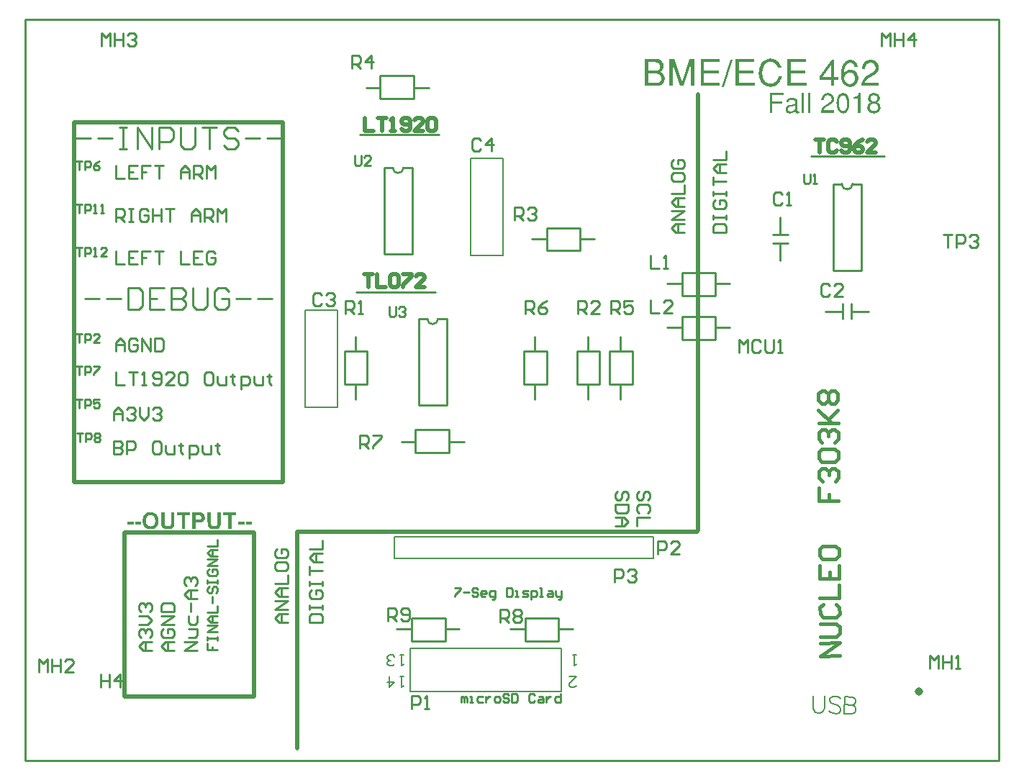
<source format=gto>
G04*
G04 #@! TF.GenerationSoftware,Altium Limited,Altium Designer,18.0.9 (584)*
G04*
G04 Layer_Color=65535*
%FSLAX25Y25*%
%MOIN*%
G70*
G01*
G75*
%ADD10C,0.01000*%
%ADD11C,0.00787*%
%ADD12C,0.02000*%
%ADD13C,0.00800*%
%ADD14C,0.01500*%
G36*
X104990Y109250D02*
X102090D01*
Y110720D01*
X104990D01*
Y109250D01*
D02*
G37*
G36*
X101410D02*
X98510D01*
Y110720D01*
X101410D01*
Y109250D01*
D02*
G37*
G36*
X53680Y109250D02*
X50780D01*
Y110720D01*
X53680D01*
Y109250D01*
D02*
G37*
G36*
X50100D02*
X47200D01*
Y110720D01*
X50100D01*
Y109250D01*
D02*
G37*
G36*
X90500Y110840D02*
Y110820D01*
Y110780D01*
Y110710D01*
Y110620D01*
Y110500D01*
X90490Y110370D01*
Y110230D01*
X90480Y110080D01*
X90470Y109760D01*
X90450Y109430D01*
X90430Y109280D01*
X90410Y109130D01*
X90390Y109000D01*
X90370Y108880D01*
Y108870D01*
X90360Y108860D01*
Y108830D01*
X90340Y108790D01*
X90310Y108680D01*
X90260Y108550D01*
X90200Y108390D01*
X90120Y108230D01*
X90020Y108070D01*
X89900Y107910D01*
X89890Y107890D01*
X89840Y107850D01*
X89770Y107770D01*
X89660Y107690D01*
X89540Y107590D01*
X89380Y107480D01*
X89200Y107380D01*
X89000Y107290D01*
X88990D01*
X88970Y107280D01*
X88940Y107270D01*
X88900Y107250D01*
X88840Y107240D01*
X88770Y107220D01*
X88690Y107200D01*
X88600Y107180D01*
X88500Y107150D01*
X88390Y107130D01*
X88140Y107100D01*
X87850Y107070D01*
X87520Y107060D01*
X87340D01*
X87250Y107070D01*
X87140D01*
X87020Y107080D01*
X86890Y107090D01*
X86620Y107120D01*
X86340Y107170D01*
X86080Y107230D01*
X85950Y107270D01*
X85840Y107310D01*
X85830D01*
X85820Y107320D01*
X85790Y107340D01*
X85750Y107360D01*
X85640Y107410D01*
X85510Y107490D01*
X85370Y107580D01*
X85220Y107690D01*
X85070Y107820D01*
X84940Y107970D01*
X84930Y107990D01*
X84890Y108040D01*
X84830Y108120D01*
X84760Y108230D01*
X84690Y108360D01*
X84620Y108500D01*
X84560Y108660D01*
X84510Y108820D01*
Y108830D01*
X84500Y108850D01*
Y108890D01*
X84490Y108950D01*
X84480Y109020D01*
X84460Y109100D01*
X84450Y109200D01*
X84440Y109320D01*
X84420Y109450D01*
X84410Y109590D01*
X84400Y109750D01*
X84380Y109930D01*
X84370Y110120D01*
Y110330D01*
X84360Y110550D01*
Y110780D01*
Y114890D01*
X85910D01*
Y110720D01*
Y110710D01*
Y110680D01*
Y110630D01*
Y110560D01*
Y110480D01*
Y110390D01*
X85920Y110180D01*
Y109970D01*
X85930Y109750D01*
X85940Y109660D01*
Y109570D01*
X85950Y109490D01*
X85960Y109430D01*
Y109420D01*
X85970Y109410D01*
X85980Y109350D01*
X86010Y109270D01*
X86060Y109160D01*
X86120Y109040D01*
X86210Y108910D01*
X86310Y108790D01*
X86440Y108670D01*
X86460Y108660D01*
X86510Y108630D01*
X86590Y108580D01*
X86710Y108530D01*
X86860Y108480D01*
X87040Y108430D01*
X87240Y108400D01*
X87470Y108390D01*
X87580D01*
X87700Y108400D01*
X87840Y108420D01*
X88000Y108460D01*
X88170Y108500D01*
X88330Y108570D01*
X88470Y108660D01*
X88490Y108670D01*
X88520Y108710D01*
X88580Y108770D01*
X88650Y108840D01*
X88720Y108940D01*
X88790Y109050D01*
X88840Y109180D01*
X88880Y109320D01*
Y109340D01*
X88890Y109400D01*
X88900Y109440D01*
Y109490D01*
X88910Y109560D01*
X88920Y109630D01*
Y109720D01*
X88930Y109810D01*
Y109920D01*
X88940Y110040D01*
Y110170D01*
X88950Y110310D01*
Y110460D01*
Y110630D01*
Y114890D01*
X90500D01*
Y110840D01*
D02*
G37*
G36*
X69020Y110840D02*
Y110820D01*
Y110780D01*
Y110710D01*
Y110620D01*
Y110500D01*
X69010Y110370D01*
Y110230D01*
X69000Y110080D01*
X68990Y109760D01*
X68970Y109430D01*
X68950Y109280D01*
X68930Y109130D01*
X68910Y109000D01*
X68890Y108880D01*
Y108870D01*
X68880Y108860D01*
Y108830D01*
X68860Y108790D01*
X68830Y108680D01*
X68780Y108550D01*
X68720Y108390D01*
X68640Y108230D01*
X68540Y108070D01*
X68420Y107910D01*
X68410Y107890D01*
X68360Y107850D01*
X68290Y107770D01*
X68180Y107690D01*
X68060Y107590D01*
X67900Y107480D01*
X67720Y107380D01*
X67520Y107290D01*
X67510D01*
X67490Y107280D01*
X67460Y107270D01*
X67420Y107250D01*
X67360Y107240D01*
X67290Y107220D01*
X67210Y107200D01*
X67120Y107180D01*
X67020Y107150D01*
X66910Y107130D01*
X66660Y107100D01*
X66370Y107070D01*
X66040Y107060D01*
X65860D01*
X65770Y107070D01*
X65660D01*
X65540Y107080D01*
X65410Y107090D01*
X65140Y107120D01*
X64860Y107170D01*
X64600Y107230D01*
X64470Y107270D01*
X64360Y107310D01*
X64350D01*
X64340Y107320D01*
X64310Y107340D01*
X64270Y107360D01*
X64160Y107410D01*
X64030Y107490D01*
X63890Y107580D01*
X63740Y107690D01*
X63590Y107820D01*
X63460Y107970D01*
X63450Y107990D01*
X63410Y108040D01*
X63350Y108120D01*
X63280Y108230D01*
X63210Y108360D01*
X63140Y108500D01*
X63080Y108660D01*
X63030Y108820D01*
Y108830D01*
X63020Y108850D01*
Y108890D01*
X63010Y108950D01*
X63000Y109020D01*
X62980Y109100D01*
X62970Y109200D01*
X62960Y109320D01*
X62940Y109450D01*
X62930Y109590D01*
X62920Y109750D01*
X62900Y109930D01*
X62890Y110120D01*
Y110330D01*
X62880Y110550D01*
Y110780D01*
Y114890D01*
X64430D01*
Y110720D01*
Y110710D01*
Y110680D01*
Y110630D01*
Y110560D01*
Y110480D01*
Y110390D01*
X64440Y110180D01*
Y109970D01*
X64450Y109750D01*
X64460Y109660D01*
Y109570D01*
X64470Y109490D01*
X64480Y109430D01*
Y109420D01*
X64490Y109410D01*
X64500Y109350D01*
X64530Y109270D01*
X64580Y109160D01*
X64640Y109040D01*
X64730Y108910D01*
X64830Y108790D01*
X64960Y108670D01*
X64980Y108660D01*
X65030Y108630D01*
X65110Y108580D01*
X65230Y108530D01*
X65380Y108480D01*
X65560Y108430D01*
X65760Y108400D01*
X65990Y108390D01*
X66100D01*
X66220Y108400D01*
X66360Y108420D01*
X66520Y108460D01*
X66690Y108500D01*
X66850Y108570D01*
X66990Y108660D01*
X67010Y108670D01*
X67040Y108710D01*
X67100Y108770D01*
X67170Y108840D01*
X67240Y108940D01*
X67310Y109050D01*
X67360Y109180D01*
X67400Y109320D01*
Y109340D01*
X67410Y109400D01*
X67420Y109440D01*
Y109490D01*
X67430Y109560D01*
X67440Y109630D01*
Y109720D01*
X67450Y109810D01*
Y109920D01*
X67460Y110040D01*
Y110170D01*
X67470Y110310D01*
Y110460D01*
Y110630D01*
Y114890D01*
X69020D01*
Y110840D01*
D02*
G37*
G36*
X97690Y113590D02*
X95420D01*
Y107200D01*
X93870D01*
Y113590D01*
X91590D01*
Y114890D01*
X97690D01*
Y113590D01*
D02*
G37*
G36*
X80170Y114880D02*
X80460D01*
X80780Y114860D01*
X81080Y114840D01*
X81220Y114830D01*
X81350Y114810D01*
X81460Y114790D01*
X81550Y114770D01*
X81560D01*
X81580Y114760D01*
X81610Y114750D01*
X81660Y114730D01*
X81710Y114710D01*
X81780Y114690D01*
X81930Y114610D01*
X82100Y114510D01*
X82290Y114380D01*
X82470Y114220D01*
X82650Y114020D01*
X82660Y114010D01*
X82670Y113990D01*
X82690Y113960D01*
X82720Y113920D01*
X82750Y113860D01*
X82790Y113790D01*
X82830Y113710D01*
X82880Y113620D01*
X82920Y113510D01*
X82960Y113400D01*
X83000Y113280D01*
X83030Y113140D01*
X83080Y112850D01*
X83100Y112690D01*
Y112520D01*
Y112510D01*
Y112490D01*
Y112450D01*
Y112400D01*
X83090Y112340D01*
Y112270D01*
X83070Y112110D01*
X83040Y111920D01*
X82990Y111720D01*
X82930Y111520D01*
X82840Y111330D01*
Y111320D01*
X82830Y111310D01*
X82790Y111250D01*
X82740Y111160D01*
X82660Y111060D01*
X82560Y110930D01*
X82450Y110810D01*
X82320Y110680D01*
X82180Y110570D01*
X82160Y110560D01*
X82110Y110530D01*
X82040Y110480D01*
X81930Y110420D01*
X81810Y110360D01*
X81680Y110300D01*
X81530Y110250D01*
X81380Y110210D01*
X81350D01*
X81320Y110200D01*
X81280Y110190D01*
X81220Y110180D01*
X81150D01*
X81070Y110170D01*
X80970Y110160D01*
X80870Y110150D01*
X80750Y110140D01*
X80620Y110130D01*
X80470Y110120D01*
X80320Y110110D01*
X80150D01*
X79970Y110100D01*
X78770D01*
Y107200D01*
X77220D01*
Y114890D01*
X80040D01*
X80170Y114880D01*
D02*
G37*
G36*
X76210Y113590D02*
X73940Y113590D01*
Y107200D01*
X72390D01*
Y113590D01*
X70110D01*
Y114890D01*
X76210Y114890D01*
Y113590D01*
D02*
G37*
G36*
X58100Y115020D02*
X58220Y115010D01*
X58370Y115000D01*
X58530Y114970D01*
X58720Y114940D01*
X58920Y114900D01*
X59130Y114840D01*
X59350Y114770D01*
X59580Y114690D01*
X59810Y114580D01*
X60030Y114460D01*
X60250Y114320D01*
X60460Y114160D01*
X60660Y113970D01*
X60670Y113960D01*
X60700Y113920D01*
X60750Y113860D01*
X60820Y113780D01*
X60900Y113670D01*
X60980Y113540D01*
X61080Y113380D01*
X61170Y113210D01*
X61270Y113010D01*
X61360Y112790D01*
X61440Y112550D01*
X61520Y112280D01*
X61590Y112000D01*
X61640Y111700D01*
X61670Y111370D01*
X61680Y111030D01*
Y111020D01*
Y111010D01*
Y110950D01*
X61670Y110850D01*
X61660Y110720D01*
X61650Y110560D01*
X61630Y110380D01*
X61590Y110180D01*
X61550Y109960D01*
X61500Y109730D01*
X61430Y109500D01*
X61350Y109250D01*
X61250Y109010D01*
X61130Y108770D01*
X61000Y108540D01*
X60840Y108320D01*
X60660Y108110D01*
X60650Y108100D01*
X60610Y108070D01*
X60560Y108010D01*
X60480Y107950D01*
X60370Y107870D01*
X60250Y107780D01*
X60110Y107680D01*
X59940Y107590D01*
X59760Y107490D01*
X59560Y107390D01*
X59340Y107300D01*
X59100Y107220D01*
X58840Y107160D01*
X58560Y107110D01*
X58270Y107070D01*
X57960Y107060D01*
X57880D01*
X57800Y107070D01*
X57680Y107080D01*
X57530Y107090D01*
X57370Y107120D01*
X57180Y107150D01*
X56980Y107190D01*
X56770Y107250D01*
X56540Y107310D01*
X56320Y107400D01*
X56090Y107500D01*
X55870Y107620D01*
X55650Y107760D01*
X55440Y107920D01*
X55240Y108100D01*
X55230Y108110D01*
X55200Y108150D01*
X55150Y108210D01*
X55080Y108290D01*
X55010Y108400D01*
X54920Y108530D01*
X54830Y108680D01*
X54740Y108860D01*
X54640Y109050D01*
X54550Y109270D01*
X54460Y109500D01*
X54390Y109760D01*
X54320Y110040D01*
X54270Y110340D01*
X54240Y110650D01*
X54230Y110990D01*
Y111000D01*
Y111040D01*
Y111100D01*
X54240Y111190D01*
Y111290D01*
X54250Y111410D01*
X54260Y111540D01*
X54270Y111680D01*
X54320Y111990D01*
X54380Y112320D01*
X54460Y112660D01*
X54580Y112970D01*
Y112980D01*
X54590Y113000D01*
X54610Y113030D01*
X54630Y113070D01*
X54690Y113180D01*
X54770Y113320D01*
X54870Y113490D01*
X54990Y113660D01*
X55130Y113840D01*
X55290Y114020D01*
X55300Y114030D01*
X55310Y114040D01*
X55370Y114100D01*
X55460Y114180D01*
X55580Y114280D01*
X55730Y114400D01*
X55900Y114510D01*
X56080Y114620D01*
X56280Y114720D01*
X56290D01*
X56310Y114730D01*
X56350Y114750D01*
X56410Y114770D01*
X56480Y114790D01*
X56560Y114820D01*
X56650Y114850D01*
X56760Y114880D01*
X56870Y114900D01*
X57000Y114930D01*
X57280Y114980D01*
X57600Y115020D01*
X57940Y115030D01*
X58020D01*
X58100Y115020D01*
D02*
G37*
G36*
X386775Y300000D02*
X385687D01*
Y306437D01*
X383625D01*
Y307312D01*
X383637D01*
X383675Y307325D01*
X383750Y307337D01*
X383825Y307350D01*
X383938Y307363D01*
X384050Y307387D01*
X384313Y307437D01*
X384588Y307500D01*
X384850Y307575D01*
X384975Y307612D01*
X385075Y307650D01*
X385175Y307700D01*
X385250Y307737D01*
X385275Y307750D01*
X385325Y307800D01*
X385400Y307888D01*
X385450Y307950D01*
X385500Y308025D01*
X385562Y308113D01*
X385625Y308212D01*
X385687Y308325D01*
X385750Y308450D01*
X385825Y308588D01*
X385888Y308750D01*
X385963Y308925D01*
X386025Y309125D01*
X386775D01*
Y300000D01*
D02*
G37*
G36*
X371975Y309113D02*
X372062Y309100D01*
X372175Y309087D01*
X372288Y309075D01*
X372412Y309050D01*
X372700Y308962D01*
X373000Y308850D01*
X373163Y308775D01*
X373312Y308687D01*
X373463Y308588D01*
X373612Y308475D01*
X373625Y308463D01*
X373650Y308437D01*
X373700Y308400D01*
X373762Y308337D01*
X373825Y308262D01*
X373913Y308162D01*
X374000Y308050D01*
X374088Y307925D01*
X374175Y307787D01*
X374250Y307625D01*
X374338Y307450D01*
X374400Y307262D01*
X374463Y307063D01*
X374513Y306850D01*
X374537Y306625D01*
X374550Y306375D01*
Y306363D01*
Y306337D01*
Y306288D01*
X374537Y306225D01*
Y306150D01*
X374525Y306050D01*
X374475Y305837D01*
X374412Y305588D01*
X374300Y305312D01*
X374163Y305037D01*
X374062Y304888D01*
X373962Y304750D01*
X373938Y304725D01*
X373887Y304662D01*
X373800Y304562D01*
X373675Y304437D01*
X373525Y304300D01*
X373350Y304150D01*
X373150Y304000D01*
X372925Y303863D01*
X371225Y302925D01*
X371213Y302912D01*
X371163Y302888D01*
X371088Y302837D01*
X371000Y302787D01*
X370887Y302700D01*
X370762Y302612D01*
X370625Y302513D01*
X370475Y302387D01*
X370200Y302125D01*
X370062Y301962D01*
X369937Y301813D01*
X369825Y301638D01*
X369725Y301463D01*
X369662Y301275D01*
X369613Y301087D01*
X374487Y301087D01*
Y300000D01*
X368412Y300000D01*
Y300012D01*
Y300025D01*
Y300062D01*
X368425Y300113D01*
X368438Y300237D01*
X368450Y300400D01*
X368488Y300600D01*
X368525Y300825D01*
X368587Y301075D01*
X368663Y301338D01*
X368750Y301612D01*
X368863Y301900D01*
X369000Y302175D01*
X369163Y302450D01*
X369350Y302712D01*
X369563Y302962D01*
X369800Y303187D01*
X370075Y303375D01*
X372225Y304662D01*
X372237Y304675D01*
X372275Y304700D01*
X372338Y304737D01*
X372412Y304787D01*
X372500Y304850D01*
X372600Y304938D01*
X372700Y305037D01*
X372813Y305137D01*
X373025Y305387D01*
X373125Y305525D01*
X373213Y305675D01*
X373288Y305837D01*
X373350Y306013D01*
X373388Y306188D01*
X373400Y306375D01*
Y306387D01*
Y306413D01*
Y306450D01*
X373388Y306500D01*
X373375Y306650D01*
X373338Y306825D01*
X373275Y307025D01*
X373187Y307238D01*
X373062Y307437D01*
X372887Y307625D01*
X372863Y307650D01*
X372800Y307700D01*
X372688Y307775D01*
X372525Y307862D01*
X372338Y307950D01*
X372100Y308025D01*
X371837Y308075D01*
X371525Y308100D01*
X371450D01*
X371362Y308087D01*
X371263Y308063D01*
X371125Y308037D01*
X370975Y307987D01*
X370825Y307925D01*
X370662Y307838D01*
X370500Y307713D01*
X370338Y307575D01*
X370175Y307400D01*
X370038Y307188D01*
X369913Y306950D01*
X369812Y306663D01*
X369738Y306325D01*
X369712Y306150D01*
X369700Y305950D01*
X368625D01*
Y305962D01*
Y305988D01*
Y306025D01*
X368637Y306087D01*
Y306163D01*
X368650Y306238D01*
X368675Y306450D01*
X368725Y306687D01*
X368800Y306950D01*
X368900Y307238D01*
X369038Y307538D01*
X369200Y307838D01*
X369412Y308125D01*
X369537Y308262D01*
X369675Y308387D01*
X369825Y308512D01*
X369975Y308625D01*
X370150Y308737D01*
X370338Y308838D01*
X370550Y308912D01*
X370762Y308987D01*
X371000Y309050D01*
X371250Y309087D01*
X371513Y309113D01*
X371800Y309125D01*
X371900D01*
X371975Y309113D01*
D02*
G37*
G36*
X363512Y300000D02*
X362425D01*
Y309387D01*
X363512D01*
Y300000D01*
D02*
G37*
G36*
X360650D02*
X359562D01*
Y309387D01*
X360650D01*
Y300000D01*
D02*
G37*
G36*
X351087Y308313D02*
X346012D01*
Y305350D01*
X350463D01*
Y304275D01*
X346012D01*
Y300000D01*
X344800D01*
Y309387D01*
X351087D01*
Y308313D01*
D02*
G37*
G36*
X393100Y309113D02*
X393213Y309100D01*
X393337Y309087D01*
X393475Y309075D01*
X393625Y309037D01*
X393950Y308962D01*
X394300Y308850D01*
X394475Y308775D01*
X394650Y308687D01*
X394812Y308575D01*
X394963Y308463D01*
X394975Y308450D01*
X395000Y308437D01*
X395038Y308400D01*
X395088Y308337D01*
X395150Y308275D01*
X395225Y308200D01*
X395287Y308113D01*
X395375Y308000D01*
X395513Y307763D01*
X395650Y307463D01*
X395700Y307300D01*
X395738Y307137D01*
X395762Y306950D01*
X395775Y306763D01*
Y306750D01*
Y306713D01*
X395762Y306650D01*
Y306562D01*
X395738Y306463D01*
X395712Y306350D01*
X395675Y306212D01*
X395625Y306075D01*
X395563Y305925D01*
X395487Y305763D01*
X395388Y305600D01*
X395275Y305437D01*
X395150Y305275D01*
X394988Y305113D01*
X394812Y304962D01*
X394600Y304813D01*
X394613D01*
X394625Y304800D01*
X394700Y304763D01*
X394812Y304700D01*
X394963Y304612D01*
X395125Y304487D01*
X395300Y304325D01*
X395475Y304125D01*
X395650Y303875D01*
Y303863D01*
X395675Y303850D01*
X395688Y303800D01*
X395725Y303750D01*
X395750Y303688D01*
X395788Y303612D01*
X395875Y303425D01*
X395950Y303200D01*
X396025Y302950D01*
X396075Y302675D01*
X396088Y302375D01*
Y302362D01*
Y302325D01*
Y302262D01*
X396075Y302187D01*
X396062Y302100D01*
X396038Y301988D01*
X396012Y301863D01*
X395975Y301725D01*
X395925Y301588D01*
X395863Y301425D01*
X395788Y301275D01*
X395700Y301113D01*
X395600Y300950D01*
X395475Y300800D01*
X395338Y300638D01*
X395175Y300487D01*
X395163Y300475D01*
X395138Y300450D01*
X395088Y300413D01*
X395012Y300362D01*
X394925Y300312D01*
X394825Y300237D01*
X394700Y300175D01*
X394550Y300100D01*
X394400Y300025D01*
X394225Y299962D01*
X394038Y299887D01*
X393837Y299837D01*
X393625Y299787D01*
X393400Y299750D01*
X393162Y299725D01*
X392913Y299712D01*
X392788D01*
X392700Y299725D01*
X392587Y299738D01*
X392462Y299750D01*
X392325Y299775D01*
X392175Y299813D01*
X391838Y299900D01*
X391663Y299962D01*
X391475Y300038D01*
X391300Y300125D01*
X391125Y300237D01*
X390950Y300350D01*
X390788Y300487D01*
X390775Y300500D01*
X390750Y300525D01*
X390712Y300563D01*
X390663Y300625D01*
X390587Y300712D01*
X390525Y300800D01*
X390450Y300912D01*
X390375Y301025D01*
X390287Y301163D01*
X390212Y301312D01*
X390150Y301475D01*
X390088Y301650D01*
X390025Y301837D01*
X389987Y302025D01*
X389963Y302238D01*
X389950Y302450D01*
Y302463D01*
Y302487D01*
Y302525D01*
X389963Y302588D01*
Y302650D01*
X389975Y302737D01*
X390000Y302925D01*
X390050Y303137D01*
X390125Y303375D01*
X390212Y303612D01*
X390350Y303850D01*
Y303863D01*
X390375Y303875D01*
X390425Y303950D01*
X390512Y304063D01*
X390637Y304200D01*
X390800Y304350D01*
X390987Y304500D01*
X391213Y304650D01*
X391462Y304775D01*
X391450Y304787D01*
X391412Y304813D01*
X391350Y304850D01*
X391275Y304900D01*
X391188Y304962D01*
X391088Y305050D01*
X390975Y305150D01*
X390875Y305262D01*
X390762Y305387D01*
X390650Y305525D01*
X390550Y305687D01*
X390462Y305850D01*
X390388Y306037D01*
X390325Y306225D01*
X390287Y306437D01*
X390275Y306663D01*
Y306675D01*
Y306713D01*
Y306763D01*
X390287Y306838D01*
X390300Y306925D01*
X390313Y307025D01*
X390375Y307262D01*
X390462Y307538D01*
X390525Y307687D01*
X390587Y307825D01*
X390675Y307975D01*
X390775Y308125D01*
X390887Y308262D01*
X391025Y308400D01*
X391038Y308413D01*
X391062Y308437D01*
X391100Y308463D01*
X391162Y308512D01*
X391237Y308562D01*
X391325Y308625D01*
X391425Y308700D01*
X391550Y308763D01*
X391675Y308825D01*
X391812Y308900D01*
X392138Y309013D01*
X392313Y309063D01*
X392488Y309100D01*
X392688Y309113D01*
X392887Y309125D01*
X393012D01*
X393100Y309113D01*
D02*
G37*
G36*
X378825D02*
X378925D01*
X379050Y309087D01*
X379187Y309063D01*
X379338Y309025D01*
X379500Y308975D01*
X379675Y308912D01*
X379862Y308838D01*
X380050Y308737D01*
X380225Y308625D01*
X380413Y308488D01*
X380588Y308325D01*
X380750Y308150D01*
X380900Y307938D01*
X380912Y307925D01*
X380938Y307888D01*
X380975Y307812D01*
X381025Y307713D01*
X381075Y307600D01*
X381150Y307450D01*
X381212Y307262D01*
X381288Y307063D01*
X381363Y306838D01*
X381425Y306588D01*
X381500Y306300D01*
X381550Y306000D01*
X381600Y305662D01*
X381638Y305312D01*
X381663Y304925D01*
X381675Y304525D01*
Y304513D01*
Y304475D01*
Y304413D01*
Y304312D01*
X381663Y304212D01*
X381650Y304087D01*
Y303938D01*
X381625Y303775D01*
X381612Y303600D01*
X381588Y303413D01*
X381512Y303000D01*
X381425Y302562D01*
X381300Y302125D01*
X381137Y301675D01*
X380950Y301238D01*
X380700Y300825D01*
X380562Y300638D01*
X380413Y300463D01*
X380250Y300300D01*
X380075Y300163D01*
X379875Y300025D01*
X379675Y299925D01*
X379450Y299837D01*
X379212Y299763D01*
X378962Y299725D01*
X378688Y299712D01*
X378612D01*
X378562Y299725D01*
X378487Y299738D01*
X378413Y299750D01*
X378225Y299787D01*
X378000Y299863D01*
X377737Y299975D01*
X377612Y300050D01*
X377475Y300125D01*
X377338Y300225D01*
X377200Y300325D01*
X377050Y300450D01*
X376912Y300588D01*
X376775Y300750D01*
X376650Y300912D01*
X376513Y301113D01*
X376388Y301312D01*
X376275Y301550D01*
X376163Y301800D01*
X376062Y302063D01*
X375975Y302362D01*
X375900Y302675D01*
X375825Y303025D01*
X375775Y303387D01*
X375738Y303787D01*
X375712Y304200D01*
X375700Y304650D01*
Y304675D01*
Y304737D01*
Y304850D01*
X375712Y305000D01*
X375725Y305175D01*
X375738Y305375D01*
X375763Y305600D01*
X375800Y305850D01*
X375837Y306113D01*
X375887Y306375D01*
X375962Y306650D01*
X376038Y306925D01*
X376125Y307188D01*
X376225Y307450D01*
X376350Y307700D01*
X376487Y307938D01*
X376500Y307950D01*
X376525Y307987D01*
X376575Y308050D01*
X376638Y308125D01*
X376712Y308212D01*
X376813Y308313D01*
X376925Y308425D01*
X377063Y308538D01*
X377213Y308637D01*
X377375Y308750D01*
X377562Y308850D01*
X377750Y308938D01*
X377962Y309013D01*
X378187Y309075D01*
X378437Y309113D01*
X378688Y309125D01*
X378750D01*
X378825Y309113D01*
D02*
G37*
G36*
X355212Y306938D02*
X355325Y306925D01*
X355450Y306912D01*
X355588Y306900D01*
X355900Y306850D01*
X356212Y306787D01*
X356538Y306687D01*
X356850Y306550D01*
X356862D01*
X356888Y306538D01*
X356925Y306512D01*
X356975Y306475D01*
X357100Y306387D01*
X357250Y306275D01*
X357387Y306137D01*
X357512Y305975D01*
X357562Y305875D01*
X357600Y305787D01*
X357625Y305675D01*
X357638Y305575D01*
Y301000D01*
Y300975D01*
X357650Y300912D01*
X357687Y300837D01*
X357763Y300750D01*
X357775D01*
X357787Y300738D01*
X357850Y300688D01*
X357950Y300650D01*
X358075Y300612D01*
X358100D01*
X358162Y300600D01*
X358262D01*
X358387Y300612D01*
Y299813D01*
X358375D01*
X358313Y299800D01*
X358238Y299775D01*
X358137Y299763D01*
X358013Y299738D01*
X357862Y299712D01*
X357550Y299700D01*
X357488D01*
X357425Y299712D01*
X357337Y299738D01*
X357238Y299775D01*
X357125Y299837D01*
X357013Y299913D01*
X356888Y300012D01*
X356875Y300025D01*
X356838Y300062D01*
X356787Y300125D01*
X356725Y300213D01*
X356663Y300312D01*
X356612Y300425D01*
X356562Y300550D01*
X356538Y300675D01*
X356525Y300662D01*
X356487Y300638D01*
X356425Y300588D01*
X356337Y300525D01*
X356238Y300450D01*
X356113Y300362D01*
X355975Y300275D01*
X355813Y300187D01*
X355650Y300100D01*
X355475Y300012D01*
X355087Y299850D01*
X354888Y299787D01*
X354688Y299738D01*
X354475Y299712D01*
X354275Y299700D01*
X354175D01*
X354100Y299712D01*
X354025D01*
X353925Y299725D01*
X353688Y299763D01*
X353425Y299825D01*
X353163Y299925D01*
X352888Y300050D01*
X352650Y300225D01*
X352638Y300237D01*
X352625Y300250D01*
X352562Y300325D01*
X352463Y300437D01*
X352350Y300600D01*
X352238Y300813D01*
X352150Y301062D01*
X352075Y301350D01*
X352063Y301513D01*
X352050Y301688D01*
Y301712D01*
Y301763D01*
X352063Y301850D01*
X352087Y301962D01*
X352113Y302100D01*
X352163Y302262D01*
X352225Y302425D01*
X352312Y302600D01*
X352425Y302775D01*
X352562Y302950D01*
X352725Y303125D01*
X352925Y303288D01*
X353175Y303425D01*
X353450Y303550D01*
X353775Y303650D01*
X354137Y303725D01*
X356037Y303975D01*
X356063D01*
X356113Y304000D01*
X356188Y304037D01*
X356275Y304100D01*
X356350Y304187D01*
X356425Y304312D01*
X356475Y304487D01*
X356500Y304600D01*
Y304713D01*
Y304725D01*
Y304737D01*
Y304800D01*
Y304900D01*
Y305012D01*
X356487Y305125D01*
X356475Y305238D01*
X356463Y305325D01*
X356450Y305375D01*
Y305387D01*
X356425Y305425D01*
X356387Y305475D01*
X356337Y305538D01*
X356250Y305600D01*
X356150Y305675D01*
X356013Y305750D01*
X355850Y305813D01*
X355825Y305825D01*
X355763Y305837D01*
X355662Y305862D01*
X355538Y305900D01*
X355375Y305938D01*
X355188Y305962D01*
X354988Y305975D01*
X354763Y305988D01*
X354662D01*
X354538Y305975D01*
X354400Y305950D01*
X354238Y305912D01*
X354075Y305862D01*
X353925Y305787D01*
X353787Y305687D01*
X353775Y305675D01*
X353737Y305638D01*
X353675Y305562D01*
X353612Y305463D01*
X353538Y305325D01*
X353463Y305163D01*
X353400Y304975D01*
X353350Y304737D01*
X352375D01*
Y304750D01*
Y304787D01*
Y304837D01*
Y304900D01*
Y304988D01*
X352387Y305087D01*
X352425Y305312D01*
X352487Y305562D01*
X352550Y305700D01*
X352612Y305837D01*
X352688Y305962D01*
X352775Y306100D01*
X352888Y306225D01*
X353012Y306337D01*
X353025Y306350D01*
X353050Y306363D01*
X353087Y306400D01*
X353150Y306437D01*
X353225Y306475D01*
X353312Y306538D01*
X353413Y306588D01*
X353525Y306650D01*
X353662Y306700D01*
X353800Y306763D01*
X353962Y306813D01*
X354125Y306850D01*
X354500Y306925D01*
X354713Y306938D01*
X354925Y306950D01*
X355113D01*
X355212Y306938D01*
D02*
G37*
G36*
X382378Y324545D02*
X382478D01*
X382595Y324512D01*
X382878Y324462D01*
X383211Y324362D01*
X383561Y324212D01*
X383745Y324129D01*
X383945Y324012D01*
X384128Y323895D01*
X384311Y323745D01*
X384328Y323729D01*
X384361Y323712D01*
X384411Y323645D01*
X384478Y323579D01*
X384561Y323496D01*
X384661Y323379D01*
X384761Y323262D01*
X384877Y323112D01*
X384994Y322946D01*
X385094Y322779D01*
X385311Y322363D01*
X385477Y321896D01*
X385527Y321646D01*
X385577Y321380D01*
X383994D01*
Y321396D01*
Y321413D01*
X384011Y321496D01*
X383994Y321630D01*
X383978Y321813D01*
X383911Y321996D01*
X383811Y322213D01*
X383661Y322429D01*
X383561Y322529D01*
X383445Y322629D01*
X383411Y322646D01*
X383328Y322713D01*
X383195Y322796D01*
X383012Y322913D01*
X382778Y323012D01*
X382528Y323096D01*
X382245Y323162D01*
X381945Y323179D01*
X381829D01*
X381745Y323162D01*
X381629Y323146D01*
X381512Y323112D01*
X381229Y323029D01*
X381079Y322962D01*
X380912Y322879D01*
X380746Y322779D01*
X380579Y322646D01*
X380413Y322513D01*
X380246Y322346D01*
X380096Y322146D01*
X379946Y321930D01*
Y321913D01*
X379913Y321880D01*
X379879Y321796D01*
X379829Y321696D01*
X379763Y321580D01*
X379713Y321413D01*
X379629Y321247D01*
X379563Y321030D01*
X379480Y320797D01*
X379413Y320547D01*
X379346Y320264D01*
X379280Y319947D01*
X379230Y319631D01*
X379180Y319264D01*
X379130Y318897D01*
X379113Y318498D01*
X379130Y318514D01*
X379180Y318564D01*
X379263Y318631D01*
X379363Y318731D01*
X379513Y318847D01*
X379663Y318981D01*
X379846Y319114D01*
X380046Y319247D01*
X380263Y319381D01*
X380496Y319531D01*
X380729Y319647D01*
X380979Y319764D01*
X381245Y319864D01*
X381512Y319930D01*
X381779Y319980D01*
X382045Y319997D01*
X382195D01*
X382312Y319980D01*
X382445Y319964D01*
X382595Y319930D01*
X382778Y319897D01*
X382962Y319864D01*
X383378Y319714D01*
X383611Y319631D01*
X383828Y319514D01*
X384061Y319397D01*
X384278Y319231D01*
X384494Y319064D01*
X384711Y318864D01*
X384728Y318847D01*
X384761Y318814D01*
X384811Y318747D01*
X384877Y318664D01*
X384961Y318548D01*
X385061Y318414D01*
X385161Y318264D01*
X385261Y318098D01*
X385361Y317898D01*
X385460Y317698D01*
X385560Y317465D01*
X385644Y317231D01*
X385710Y316965D01*
X385760Y316698D01*
X385794Y316415D01*
X385810Y316115D01*
Y316098D01*
Y316032D01*
Y315949D01*
X385794Y315815D01*
X385777Y315665D01*
X385760Y315482D01*
X385727Y315282D01*
X385677Y315082D01*
X385544Y314616D01*
X385460Y314366D01*
X385344Y314116D01*
X385227Y313883D01*
X385077Y313633D01*
X384911Y313400D01*
X384711Y313183D01*
X384694Y313166D01*
X384661Y313133D01*
X384594Y313066D01*
X384511Y313000D01*
X384394Y312916D01*
X384261Y312817D01*
X384094Y312700D01*
X383928Y312600D01*
X383728Y312483D01*
X383495Y312367D01*
X383261Y312267D01*
X382995Y312183D01*
X382712Y312117D01*
X382412Y312050D01*
X382079Y312017D01*
X381745Y312000D01*
X381645D01*
X381579Y312017D01*
X381479D01*
X381379Y312034D01*
X381112Y312100D01*
X380812Y312183D01*
X380479Y312317D01*
X380113Y312500D01*
X379929Y312617D01*
X379746Y312750D01*
X379546Y312900D01*
X379363Y313066D01*
X379180Y313250D01*
X378996Y313466D01*
X378830Y313683D01*
X378663Y313949D01*
X378497Y314216D01*
X378363Y314516D01*
X378230Y314849D01*
X378097Y315216D01*
X377997Y315599D01*
X377897Y316015D01*
X377830Y316448D01*
X377780Y316932D01*
X377747Y317431D01*
X377730Y317981D01*
Y317998D01*
Y318048D01*
Y318148D01*
X377747Y318264D01*
Y318414D01*
X377764Y318581D01*
X377780Y318781D01*
X377797Y319014D01*
X377830Y319247D01*
X377864Y319514D01*
X377963Y320064D01*
X378097Y320663D01*
X378280Y321280D01*
X378530Y321880D01*
X378813Y322479D01*
X378980Y322762D01*
X379180Y323029D01*
X379380Y323296D01*
X379613Y323529D01*
X379846Y323762D01*
X380113Y323962D01*
X380396Y324129D01*
X380712Y324279D01*
X381046Y324395D01*
X381396Y324495D01*
X381779Y324545D01*
X382178Y324562D01*
X382295D01*
X382378Y324545D01*
D02*
G37*
G36*
X345493Y325078D02*
X345643Y325062D01*
X345810Y325045D01*
X346010Y325012D01*
X346226Y324962D01*
X346709Y324845D01*
X346959Y324762D01*
X347226Y324645D01*
X347492Y324529D01*
X347742Y324395D01*
X348009Y324229D01*
X348259Y324045D01*
X348275Y324029D01*
X348325Y323995D01*
X348392Y323945D01*
X348475Y323862D01*
X348592Y323745D01*
X348709Y323612D01*
X348842Y323462D01*
X348992Y323279D01*
X349158Y323079D01*
X349308Y322863D01*
X349475Y322613D01*
X349641Y322346D01*
X349792Y322046D01*
X349941Y321746D01*
X350075Y321396D01*
X350208Y321046D01*
X348525D01*
X348509Y321080D01*
X348475Y321163D01*
X348409Y321297D01*
X348325Y321463D01*
X348225Y321646D01*
X348076Y321880D01*
X347909Y322113D01*
X347726Y322363D01*
X347492Y322596D01*
X347242Y322829D01*
X346976Y323062D01*
X346659Y323262D01*
X346326Y323429D01*
X345960Y323546D01*
X345560Y323629D01*
X345127Y323662D01*
X345043D01*
X344960Y323645D01*
X344843D01*
X344693Y323612D01*
X344527Y323579D01*
X344327Y323546D01*
X344127Y323479D01*
X343911Y323412D01*
X343694Y323312D01*
X343461Y323196D01*
X343227Y323062D01*
X342994Y322896D01*
X342761Y322696D01*
X342544Y322479D01*
X342344Y322229D01*
X342328Y322213D01*
X342295Y322163D01*
X342245Y322079D01*
X342178Y321963D01*
X342111Y321830D01*
X342011Y321646D01*
X341928Y321446D01*
X341828Y321213D01*
X341728Y320963D01*
X341645Y320680D01*
X341545Y320363D01*
X341478Y320030D01*
X341411Y319664D01*
X341361Y319281D01*
X341328Y318864D01*
X341312Y318431D01*
Y318414D01*
Y318331D01*
Y318214D01*
X341328Y318064D01*
X341345Y317881D01*
X341361Y317665D01*
X341395Y317415D01*
X341445Y317148D01*
X341578Y316582D01*
X341661Y316282D01*
X341761Y315965D01*
X341878Y315665D01*
X342028Y315366D01*
X342195Y315082D01*
X342378Y314816D01*
X342394Y314799D01*
X342428Y314749D01*
X342494Y314682D01*
X342578Y314599D01*
X342678Y314499D01*
X342811Y314383D01*
X342961Y314249D01*
X343127Y314133D01*
X343327Y313999D01*
X343527Y313866D01*
X343760Y313750D01*
X344010Y313650D01*
X344277Y313566D01*
X344560Y313500D01*
X344860Y313450D01*
X345177Y313433D01*
X345293D01*
X345443Y313450D01*
X345626Y313483D01*
X345860Y313549D01*
X346110Y313616D01*
X346393Y313733D01*
X346676Y313883D01*
X346993Y314066D01*
X347292Y314299D01*
X347609Y314582D01*
X347892Y314932D01*
X348042Y315132D01*
X348175Y315332D01*
X348309Y315565D01*
X348425Y315815D01*
X348542Y316082D01*
X348642Y316365D01*
X348742Y316665D01*
X348825Y316982D01*
X350458D01*
Y316965D01*
X350441Y316932D01*
X350425Y316865D01*
X350408Y316765D01*
X350375Y316648D01*
X350325Y316532D01*
X350275Y316365D01*
X350208Y316198D01*
X350058Y315832D01*
X349875Y315416D01*
X349641Y314966D01*
X349375Y314499D01*
X349042Y314033D01*
X348659Y313583D01*
X348225Y313166D01*
X347742Y312800D01*
X347476Y312633D01*
X347193Y312483D01*
X346909Y312350D01*
X346593Y312233D01*
X346259Y312133D01*
X345910Y312067D01*
X345560Y312034D01*
X345177Y312017D01*
X345060D01*
X344943Y312034D01*
X344760Y312050D01*
X344560Y312067D01*
X344310Y312117D01*
X344044Y312167D01*
X343744Y312233D01*
X343427Y312333D01*
X343111Y312450D01*
X342778Y312600D01*
X342444Y312767D01*
X342111Y312966D01*
X341778Y313216D01*
X341478Y313483D01*
X341178Y313799D01*
X341162Y313816D01*
X341112Y313883D01*
X341045Y313983D01*
X340945Y314133D01*
X340828Y314299D01*
X340695Y314516D01*
X340562Y314782D01*
X340428Y315066D01*
X340279Y315382D01*
X340145Y315749D01*
X340012Y316132D01*
X339895Y316548D01*
X339795Y316998D01*
X339729Y317481D01*
X339679Y317998D01*
X339662Y318531D01*
Y318564D01*
Y318648D01*
X339679Y318797D01*
Y318997D01*
X339712Y319231D01*
X339729Y319514D01*
X339779Y319814D01*
X339829Y320147D01*
X339912Y320497D01*
X339995Y320880D01*
X340112Y321247D01*
X340245Y321646D01*
X340395Y322029D01*
X340579Y322396D01*
X340795Y322762D01*
X341028Y323112D01*
X341045Y323129D01*
X341095Y323196D01*
X341178Y323296D01*
X341312Y323429D01*
X341461Y323579D01*
X341645Y323745D01*
X341861Y323912D01*
X342111Y324112D01*
X342394Y324295D01*
X342711Y324462D01*
X343061Y324628D01*
X343427Y324778D01*
X343827Y324912D01*
X344260Y325012D01*
X344710Y325078D01*
X345193Y325095D01*
X345360D01*
X345493Y325078D01*
D02*
G37*
G36*
X309957Y312400D02*
X308308D01*
Y322479D01*
X304876Y312400D01*
X303227D01*
X299828Y322529D01*
Y312400D01*
X298179D01*
Y324912D01*
X300445D01*
X304043Y314249D01*
X307658Y324912D01*
X309957D01*
Y312400D01*
D02*
G37*
G36*
X391875Y324545D02*
X391991Y324529D01*
X392141Y324512D01*
X392291Y324495D01*
X392458Y324462D01*
X392841Y324345D01*
X393241Y324195D01*
X393457Y324095D01*
X393657Y323979D01*
X393857Y323845D01*
X394057Y323695D01*
X394074Y323679D01*
X394107Y323645D01*
X394174Y323595D01*
X394257Y323512D01*
X394340Y323412D01*
X394457Y323279D01*
X394573Y323129D01*
X394690Y322962D01*
X394807Y322779D01*
X394907Y322563D01*
X395023Y322329D01*
X395107Y322079D01*
X395190Y321813D01*
X395257Y321530D01*
X395290Y321230D01*
X395307Y320897D01*
Y320880D01*
Y320847D01*
Y320780D01*
X395290Y320697D01*
Y320597D01*
X395273Y320463D01*
X395207Y320180D01*
X395123Y319847D01*
X394973Y319480D01*
X394790Y319114D01*
X394657Y318914D01*
X394524Y318731D01*
X394490Y318698D01*
X394424Y318614D01*
X394307Y318481D01*
X394140Y318314D01*
X393940Y318131D01*
X393707Y317931D01*
X393441Y317731D01*
X393141Y317548D01*
X390875Y316299D01*
X390858Y316282D01*
X390792Y316248D01*
X390692Y316182D01*
X390575Y316115D01*
X390425Y315999D01*
X390259Y315882D01*
X390075Y315749D01*
X389875Y315582D01*
X389509Y315232D01*
X389326Y315016D01*
X389159Y314816D01*
X389009Y314582D01*
X388876Y314349D01*
X388792Y314099D01*
X388726Y313849D01*
X395223D01*
Y312400D01*
X387126D01*
Y312417D01*
Y312433D01*
Y312483D01*
X387143Y312550D01*
X387160Y312717D01*
X387176Y312933D01*
X387227Y313200D01*
X387277Y313500D01*
X387360Y313833D01*
X387460Y314183D01*
X387576Y314549D01*
X387726Y314932D01*
X387910Y315299D01*
X388126Y315665D01*
X388376Y316015D01*
X388659Y316348D01*
X388976Y316648D01*
X389342Y316898D01*
X392208Y318614D01*
X392225Y318631D01*
X392274Y318664D01*
X392358Y318714D01*
X392458Y318781D01*
X392574Y318864D01*
X392708Y318981D01*
X392841Y319114D01*
X392991Y319247D01*
X393274Y319581D01*
X393407Y319764D01*
X393524Y319964D01*
X393624Y320180D01*
X393707Y320413D01*
X393757Y320647D01*
X393774Y320897D01*
Y320913D01*
Y320947D01*
Y320997D01*
X393757Y321063D01*
X393741Y321263D01*
X393691Y321496D01*
X393607Y321763D01*
X393491Y322046D01*
X393324Y322313D01*
X393091Y322563D01*
X393057Y322596D01*
X392974Y322663D01*
X392824Y322762D01*
X392608Y322879D01*
X392358Y322996D01*
X392041Y323096D01*
X391691Y323162D01*
X391275Y323196D01*
X391175D01*
X391058Y323179D01*
X390925Y323146D01*
X390742Y323112D01*
X390542Y323046D01*
X390342Y322962D01*
X390125Y322846D01*
X389909Y322679D01*
X389692Y322496D01*
X389476Y322263D01*
X389292Y321979D01*
X389126Y321663D01*
X388992Y321280D01*
X388893Y320830D01*
X388859Y320597D01*
X388843Y320330D01*
X387410D01*
Y320347D01*
Y320380D01*
Y320430D01*
X387426Y320513D01*
Y320613D01*
X387443Y320713D01*
X387476Y320997D01*
X387543Y321313D01*
X387643Y321663D01*
X387776Y322046D01*
X387960Y322446D01*
X388176Y322846D01*
X388459Y323229D01*
X388626Y323412D01*
X388809Y323579D01*
X389009Y323745D01*
X389209Y323895D01*
X389442Y324045D01*
X389692Y324179D01*
X389975Y324279D01*
X390259Y324379D01*
X390575Y324462D01*
X390908Y324512D01*
X391258Y324545D01*
X391641Y324562D01*
X391775D01*
X391875Y324545D01*
D02*
G37*
G36*
X374632Y316682D02*
X376381D01*
Y315265D01*
X374632D01*
Y312400D01*
X373182D01*
Y315265D01*
X367951Y315265D01*
Y316848D01*
X373465Y324562D01*
X374632D01*
Y316682D01*
D02*
G37*
G36*
X361454Y323479D02*
X354390D01*
Y319531D01*
X361170D01*
Y318098D01*
X354390D01*
Y313816D01*
X361737D01*
Y312400D01*
X352774D01*
Y324912D01*
X361454D01*
Y323479D01*
D02*
G37*
G36*
X337613D02*
X330549D01*
Y319531D01*
X337330D01*
Y318098D01*
X330549D01*
Y313816D01*
X337896D01*
Y312400D01*
X328933D01*
Y324912D01*
X337613D01*
Y323479D01*
D02*
G37*
G36*
X321403D02*
X314339Y323479D01*
Y319531D01*
X321120Y319531D01*
Y318098D01*
X314339Y318098D01*
Y313816D01*
X321686Y313816D01*
Y312400D01*
X312723Y312400D01*
Y324912D01*
X321403Y324912D01*
Y323479D01*
D02*
G37*
G36*
X292598Y324895D02*
X292681D01*
X292798Y324878D01*
X293064Y324812D01*
X293364Y324728D01*
X293714Y324578D01*
X294064Y324395D01*
X294247Y324262D01*
X294430Y324129D01*
X294447Y324112D01*
X294480Y324079D01*
X294530Y324029D01*
X294614Y323962D01*
X294697Y323862D01*
X294797Y323745D01*
X294913Y323612D01*
X295013Y323462D01*
X295130Y323296D01*
X295230Y323112D01*
X295413Y322696D01*
X295497Y322479D01*
X295547Y322229D01*
X295580Y321963D01*
X295597Y321696D01*
Y321680D01*
Y321613D01*
X295580Y321513D01*
Y321380D01*
X295547Y321230D01*
X295513Y321046D01*
X295463Y320847D01*
X295397Y320647D01*
X295313Y320413D01*
X295197Y320197D01*
X295080Y319980D01*
X294913Y319764D01*
X294730Y319547D01*
X294514Y319364D01*
X294264Y319181D01*
X293981Y319031D01*
X293997Y319014D01*
X294080Y318997D01*
X294180Y318931D01*
X294314Y318864D01*
X294480Y318764D01*
X294664Y318648D01*
X294863Y318498D01*
X295063Y318331D01*
X295263Y318131D01*
X295446Y317915D01*
X295630Y317665D01*
X295796Y317381D01*
X295930Y317081D01*
X296030Y316748D01*
X296113Y316382D01*
X296130Y315999D01*
Y315982D01*
Y315932D01*
Y315865D01*
X296113Y315749D01*
X296096Y315632D01*
X296080Y315482D01*
X296046Y315316D01*
X295996Y315132D01*
X295880Y314732D01*
X295796Y314532D01*
X295696Y314316D01*
X295580Y314099D01*
X295430Y313883D01*
X295280Y313666D01*
X295097Y313450D01*
X295080Y313433D01*
X295047Y313400D01*
X294997Y313350D01*
X294930Y313283D01*
X294830Y313200D01*
X294730Y313116D01*
X294464Y312933D01*
X294164Y312733D01*
X293797Y312567D01*
X293597Y312500D01*
X293397Y312450D01*
X293197Y312417D01*
X292981Y312400D01*
X286800D01*
Y324912D01*
X292514D01*
X292598Y324895D01*
D02*
G37*
G36*
X323435Y312034D02*
X322502D01*
X326567Y324529D01*
X327500D01*
X323435Y312034D01*
D02*
G37*
%LPC*%
G36*
X79800Y113590D02*
X78770D01*
Y111400D01*
X79830D01*
X79920Y111410D01*
X80110Y111420D01*
X80310Y111430D01*
X80510Y111450D01*
X80610Y111460D01*
X80690Y111480D01*
X80770Y111500D01*
X80830Y111520D01*
X80840Y111530D01*
X80880Y111540D01*
X80940Y111570D01*
X81010Y111610D01*
X81090Y111660D01*
X81170Y111730D01*
X81250Y111800D01*
X81320Y111890D01*
X81330Y111900D01*
X81350Y111940D01*
X81380Y111990D01*
X81410Y112060D01*
X81440Y112150D01*
X81470Y112260D01*
X81490Y112370D01*
X81500Y112500D01*
Y112520D01*
Y112570D01*
X81490Y112650D01*
X81470Y112740D01*
X81440Y112850D01*
X81390Y112970D01*
X81330Y113080D01*
X81250Y113190D01*
X81240Y113200D01*
X81210Y113230D01*
X81150Y113280D01*
X81080Y113330D01*
X80990Y113390D01*
X80880Y113450D01*
X80760Y113500D01*
X80630Y113530D01*
X80620D01*
X80570Y113540D01*
X80500Y113550D01*
X80390Y113560D01*
X80310Y113570D01*
X80230D01*
X80140Y113580D01*
X79930D01*
X79800Y113590D01*
D02*
G37*
G36*
X57960Y113700D02*
X57870D01*
X57800Y113690D01*
X57720Y113680D01*
X57630Y113670D01*
X57520Y113650D01*
X57410Y113620D01*
X57160Y113540D01*
X57030Y113490D01*
X56900Y113420D01*
X56770Y113350D01*
X56650Y113260D01*
X56520Y113160D01*
X56410Y113040D01*
X56400Y113030D01*
X56390Y113010D01*
X56360Y112970D01*
X56320Y112920D01*
X56280Y112850D01*
X56230Y112760D01*
X56170Y112660D01*
X56120Y112540D01*
X56070Y112410D01*
X56010Y112260D01*
X55960Y112100D01*
X55920Y111920D01*
X55880Y111730D01*
X55860Y111520D01*
X55840Y111290D01*
X55830Y111050D01*
Y111040D01*
Y110990D01*
Y110920D01*
X55840Y110840D01*
X55850Y110730D01*
X55860Y110600D01*
X55880Y110460D01*
X55910Y110310D01*
X55980Y109990D01*
X56030Y109820D01*
X56080Y109660D01*
X56150Y109500D01*
X56230Y109340D01*
X56320Y109190D01*
X56430Y109060D01*
X56440Y109050D01*
X56460Y109030D01*
X56490Y109000D01*
X56540Y108960D01*
X56600Y108900D01*
X56670Y108850D01*
X56750Y108790D01*
X56850Y108730D01*
X56950Y108660D01*
X57070Y108600D01*
X57190Y108550D01*
X57330Y108500D01*
X57470Y108450D01*
X57630Y108420D01*
X57790Y108400D01*
X57960Y108390D01*
X58050D01*
X58110Y108400D01*
X58190Y108410D01*
X58290Y108430D01*
X58390Y108450D01*
X58500Y108470D01*
X58740Y108550D01*
X58870Y108610D01*
X58990Y108670D01*
X59120Y108750D01*
X59250Y108840D01*
X59370Y108940D01*
X59480Y109060D01*
X59490Y109070D01*
X59510Y109090D01*
X59540Y109130D01*
X59570Y109190D01*
X59620Y109260D01*
X59670Y109340D01*
X59720Y109450D01*
X59780Y109560D01*
X59840Y109700D01*
X59890Y109850D01*
X59940Y110010D01*
X59990Y110190D01*
X60020Y110390D01*
X60050Y110600D01*
X60070Y110830D01*
X60080Y111070D01*
Y111090D01*
Y111130D01*
Y111200D01*
X60070Y111290D01*
X60060Y111400D01*
X60050Y111520D01*
X60030Y111660D01*
X60010Y111810D01*
X59940Y112130D01*
X59890Y112300D01*
X59840Y112460D01*
X59770Y112620D01*
X59690Y112770D01*
X59600Y112910D01*
X59500Y113040D01*
X59490Y113050D01*
X59470Y113070D01*
X59440Y113100D01*
X59390Y113140D01*
X59340Y113190D01*
X59270Y113250D01*
X59180Y113310D01*
X59090Y113370D01*
X58990Y113430D01*
X58870Y113490D01*
X58740Y113550D01*
X58610Y113600D01*
X58460Y113640D01*
X58300Y113670D01*
X58140Y113690D01*
X57960Y113700D01*
D02*
G37*
G36*
X393012Y308113D02*
X392887D01*
X392762Y308087D01*
X392600Y308063D01*
X392412Y308013D01*
X392213Y307950D01*
X392025Y307850D01*
X391850Y307725D01*
X391838Y307713D01*
X391788Y307663D01*
X391712Y307575D01*
X391637Y307463D01*
X391563Y307312D01*
X391488Y307137D01*
X391438Y306938D01*
X391425Y306713D01*
Y306700D01*
Y306650D01*
X391438Y306575D01*
X391450Y306487D01*
X391475Y306375D01*
X391512Y306250D01*
X391563Y306125D01*
X391625Y305988D01*
X391712Y305850D01*
X391812Y305725D01*
X391950Y305600D01*
X392100Y305487D01*
X392287Y305400D01*
X392500Y305325D01*
X392750Y305275D01*
X393025Y305262D01*
X393088D01*
X393138Y305275D01*
X393275Y305288D01*
X393438Y305312D01*
X393613Y305363D01*
X393800Y305437D01*
X394000Y305538D01*
X394175Y305675D01*
X394200Y305700D01*
X394250Y305750D01*
X394313Y305837D01*
X394400Y305962D01*
X394488Y306113D01*
X394550Y306288D01*
X394600Y306500D01*
X394625Y306725D01*
Y306737D01*
Y306750D01*
X394613Y306825D01*
X394600Y306950D01*
X394575Y307087D01*
X394513Y307250D01*
X394438Y307425D01*
X394325Y307588D01*
X394175Y307737D01*
X394150Y307750D01*
X394100Y307800D01*
X394000Y307862D01*
X393863Y307925D01*
X393700Y308000D01*
X393500Y308050D01*
X393275Y308100D01*
X393012Y308113D01*
D02*
G37*
G36*
X392987Y304275D02*
X392900D01*
X392838Y304262D01*
X392762D01*
X392688Y304250D01*
X392488Y304212D01*
X392263Y304150D01*
X392038Y304063D01*
X391812Y303938D01*
X391613Y303775D01*
X391587Y303750D01*
X391537Y303688D01*
X391462Y303575D01*
X391375Y303425D01*
X391287Y303238D01*
X391213Y303000D01*
X391162Y302750D01*
X391138Y302450D01*
Y302437D01*
Y302413D01*
Y302375D01*
X391150Y302325D01*
X391162Y302187D01*
X391200Y302025D01*
X391263Y301825D01*
X391350Y301625D01*
X391475Y301413D01*
X391650Y301225D01*
X391675Y301200D01*
X391750Y301150D01*
X391863Y301075D01*
X392013Y300988D01*
X392200Y300900D01*
X392425Y300825D01*
X392675Y300775D01*
X392963Y300750D01*
X393038D01*
X393100Y300763D01*
X393162D01*
X393250Y300775D01*
X393438Y300813D01*
X393650Y300875D01*
X393875Y300962D01*
X394112Y301087D01*
X394325Y301262D01*
X394338Y301275D01*
X394350Y301288D01*
X394412Y301362D01*
X394500Y301475D01*
X394613Y301625D01*
X394712Y301813D01*
X394800Y302025D01*
X394863Y302275D01*
X394887Y302413D01*
Y302550D01*
Y302562D01*
Y302588D01*
Y302625D01*
X394875Y302688D01*
X394863Y302825D01*
X394825Y303012D01*
X394762Y303212D01*
X394675Y303425D01*
X394550Y303625D01*
X394388Y303813D01*
X394362Y303837D01*
X394300Y303888D01*
X394187Y303962D01*
X394025Y304050D01*
X393825Y304125D01*
X393587Y304200D01*
X393313Y304250D01*
X392987Y304275D01*
D02*
G37*
G36*
X378725Y308013D02*
X378675D01*
X378612Y308000D01*
X378538D01*
X378450Y307975D01*
X378350Y307950D01*
X378225Y307912D01*
X378113Y307875D01*
X377975Y307812D01*
X377850Y307737D01*
X377712Y307650D01*
X377588Y307538D01*
X377463Y307413D01*
X377350Y307262D01*
X377238Y307087D01*
X377150Y306888D01*
Y306875D01*
X377137Y306850D01*
X377125Y306800D01*
X377100Y306725D01*
X377075Y306638D01*
X377038Y306525D01*
X377012Y306400D01*
X376988Y306250D01*
X376950Y306075D01*
X376925Y305888D01*
X376887Y305675D01*
X376863Y305437D01*
X376850Y305188D01*
X376825Y304925D01*
X376813Y304638D01*
Y304325D01*
Y304312D01*
Y304288D01*
Y304238D01*
Y304175D01*
X376825Y304087D01*
Y303988D01*
X376837Y303888D01*
Y303763D01*
X376863Y303487D01*
X376912Y303187D01*
X376962Y302863D01*
X377038Y302525D01*
X377137Y302200D01*
X377262Y301875D01*
X377400Y301562D01*
X377588Y301300D01*
X377688Y301175D01*
X377787Y301075D01*
X377912Y300975D01*
X378038Y300900D01*
X378175Y300837D01*
X378312Y300787D01*
X378475Y300763D01*
X378638Y300750D01*
X378688D01*
X378737Y300763D01*
X378800D01*
X378888Y300775D01*
X378975Y300800D01*
X379200Y300863D01*
X379312Y300912D01*
X379437Y300975D01*
X379550Y301050D01*
X379675Y301125D01*
X379787Y301225D01*
X379900Y301350D01*
X380012Y301487D01*
X380100Y301638D01*
Y301650D01*
X380125Y301675D01*
X380137Y301737D01*
X380175Y301800D01*
X380212Y301900D01*
X380250Y302012D01*
X380288Y302150D01*
X380338Y302312D01*
X380375Y302500D01*
X380413Y302700D01*
X380450Y302925D01*
X380487Y303175D01*
X380525Y303450D01*
X380538Y303737D01*
X380562Y304063D01*
Y304400D01*
Y304413D01*
Y304437D01*
Y304487D01*
Y304550D01*
X380550Y304638D01*
Y304737D01*
X380538Y304837D01*
Y304962D01*
X380512Y305238D01*
X380463Y305538D01*
X380413Y305875D01*
X380338Y306212D01*
X380238Y306538D01*
X380113Y306875D01*
X379962Y307175D01*
X379787Y307450D01*
X379688Y307575D01*
X379575Y307675D01*
X379463Y307775D01*
X379338Y307862D01*
X379200Y307925D01*
X379050Y307975D01*
X378888Y308000D01*
X378725Y308013D01*
D02*
G37*
G36*
X356475Y303275D02*
X356463D01*
X356437Y303262D01*
X356387Y303250D01*
X356325Y303238D01*
X356250Y303225D01*
X356150Y303200D01*
X356025Y303175D01*
X355900Y303137D01*
X355737Y303113D01*
X355562Y303075D01*
X355375Y303038D01*
X355163Y303000D01*
X354938Y302950D01*
X354700Y302912D01*
X354437Y302875D01*
X354150Y302825D01*
X354137D01*
X354087Y302813D01*
X354000Y302787D01*
X353912Y302750D01*
X353800Y302700D01*
X353675Y302625D01*
X353562Y302537D01*
X353450Y302425D01*
X353437Y302413D01*
X353400Y302362D01*
X353362Y302300D01*
X353312Y302213D01*
X353250Y302100D01*
X353212Y301988D01*
X353175Y301850D01*
X353163Y301700D01*
Y301675D01*
Y301625D01*
X353175Y301537D01*
X353200Y301425D01*
X353250Y301300D01*
X353300Y301163D01*
X353387Y301038D01*
X353500Y300912D01*
X353513Y300900D01*
X353562Y300863D01*
X353638Y300813D01*
X353737Y300763D01*
X353863Y300712D01*
X354012Y300662D01*
X354187Y300625D01*
X354375Y300612D01*
X354463D01*
X354525Y300625D01*
X354600D01*
X354688Y300638D01*
X354888Y300675D01*
X355125Y300738D01*
X355375Y300813D01*
X355638Y300938D01*
X355875Y301100D01*
X355888D01*
X355900Y301125D01*
X355975Y301187D01*
X356075Y301288D01*
X356188Y301425D01*
X356312Y301588D01*
X356413Y301775D01*
X356475Y302000D01*
X356500Y302113D01*
Y302225D01*
X356475Y303275D01*
D02*
G37*
G36*
X382062Y318631D02*
X381745D01*
X381679Y318614D01*
X381495Y318598D01*
X381262Y318548D01*
X380996Y318464D01*
X380696Y318348D01*
X380413Y318181D01*
X380129Y317948D01*
X380113D01*
X380096Y317915D01*
X380013Y317814D01*
X379879Y317648D01*
X379730Y317431D01*
X379579Y317148D01*
X379463Y316832D01*
X379363Y316448D01*
X379346Y316232D01*
X379330Y316015D01*
Y315999D01*
Y315965D01*
Y315899D01*
X379346Y315815D01*
Y315715D01*
X379363Y315615D01*
X379413Y315332D01*
X379513Y315032D01*
X379629Y314716D01*
X379813Y314399D01*
X379913Y314249D01*
X380046Y314099D01*
X380063D01*
X380079Y314066D01*
X380179Y313983D01*
X380329Y313866D01*
X380546Y313733D01*
X380812Y313583D01*
X381129Y313466D01*
X381479Y313383D01*
X381679Y313366D01*
X381879Y313350D01*
X381962D01*
X382029Y313366D01*
X382195Y313383D01*
X382412Y313416D01*
X382645Y313500D01*
X382911Y313599D01*
X383178Y313733D01*
X383428Y313933D01*
X383445Y313949D01*
X383461Y313966D01*
X383511Y314016D01*
X383561Y314066D01*
X383628Y314149D01*
X383695Y314233D01*
X383778Y314349D01*
X383861Y314466D01*
X383928Y314616D01*
X384011Y314782D01*
X384078Y314949D01*
X384144Y315149D01*
X384194Y315366D01*
X384244Y315582D01*
X384261Y315832D01*
X384278Y316098D01*
Y316115D01*
Y316148D01*
Y316215D01*
X384261Y316282D01*
Y316382D01*
X384244Y316498D01*
X384194Y316765D01*
X384128Y317048D01*
X384011Y317348D01*
X383861Y317648D01*
X383661Y317915D01*
Y317931D01*
X383628Y317948D01*
X383545Y318031D01*
X383395Y318148D01*
X383195Y318281D01*
X382928Y318398D01*
X382628Y318514D01*
X382262Y318598D01*
X382062Y318631D01*
D02*
G37*
G36*
X373182Y322113D02*
X369317Y316682D01*
X373182Y316682D01*
Y322113D01*
D02*
G37*
G36*
X291332Y323479D02*
X288416D01*
Y319531D01*
X292148D01*
X292281Y319547D01*
X292464Y319581D01*
X292664Y319647D01*
X292881Y319714D01*
X293114Y319830D01*
X293331Y319980D01*
X293364Y320014D01*
X293431Y320080D01*
X293531Y320197D01*
X293664Y320363D01*
X293780Y320563D01*
X293881Y320797D01*
X293947Y321063D01*
X293981Y321380D01*
Y321396D01*
Y321430D01*
Y321480D01*
X293964Y321546D01*
X293931Y321730D01*
X293864Y321963D01*
X293764Y322229D01*
X293614Y322496D01*
X293514Y322629D01*
X293397Y322762D01*
X293247Y322879D01*
X293097Y322996D01*
X293064Y323012D01*
X292964Y323079D01*
X292814Y323146D01*
X292598Y323246D01*
X292331Y323329D01*
X292031Y323412D01*
X291698Y323462D01*
X291332Y323479D01*
D02*
G37*
G36*
X291981Y318098D02*
X288416D01*
Y313816D01*
X292631D01*
X292731Y313833D01*
X292898Y313849D01*
X293081Y313899D01*
X293314Y313966D01*
X293547Y314083D01*
X293780Y314233D01*
X293997Y314449D01*
X294014Y314482D01*
X294080Y314566D01*
X294180Y314699D01*
X294280Y314882D01*
X294380Y315099D01*
X294480Y315366D01*
X294547Y315665D01*
X294564Y315982D01*
Y315999D01*
Y316065D01*
X294547Y316182D01*
X294530Y316315D01*
X294480Y316465D01*
X294430Y316648D01*
X294347Y316848D01*
X294247Y317048D01*
X294097Y317231D01*
X293931Y317431D01*
X293731Y317615D01*
X293481Y317764D01*
X293181Y317898D01*
X292831Y318014D01*
X292431Y318081D01*
X291981Y318098D01*
D02*
G37*
%LPD*%
D10*
X170100Y274600D02*
G03*
X175100Y274600I2500J0D01*
G01*
X378100Y267000D02*
G03*
X383100Y267000I2500J0D01*
G01*
X186100Y204600D02*
G03*
X191100Y204600I2500J0D01*
G01*
X179000Y65800D02*
X194500D01*
Y55300D02*
Y65800D01*
X179000Y55300D02*
X194500D01*
X179000D02*
Y60800D01*
X194500D02*
X201000D01*
X172000D02*
X179000D01*
Y65800D01*
X231400D02*
X246900D01*
Y55300D02*
Y65800D01*
X231400Y55300D02*
X246900D01*
X231400D02*
Y60800D01*
X246900D02*
X253400D01*
X224400D02*
X231400D01*
Y65800D01*
X304200Y200400D02*
Y205400D01*
X297200Y200400D02*
X304200D01*
X319700D02*
X326200D01*
X304200Y194900D02*
Y200400D01*
Y194900D02*
X319700D01*
Y205400D01*
X304200D02*
X319700D01*
X0Y0D02*
X450800D01*
Y343200D01*
X0D02*
X450800D01*
X0Y0D02*
Y343200D01*
X154800Y290000D02*
X191600D01*
X166100Y274600D02*
X170100D01*
X175100D02*
X179100D01*
Y234600D02*
Y274600D01*
X166100Y234600D02*
X179100D01*
X166100D02*
Y274600D01*
X364000Y280000D02*
X398000D01*
X374100Y227000D02*
Y267000D01*
Y227000D02*
X387100D01*
Y267000D01*
X383100D02*
X387100D01*
X374100D02*
X378100D01*
X153200Y216800D02*
X190000D01*
X196200Y142600D02*
Y147600D01*
X203200D01*
X174200D02*
X180700D01*
X196200D02*
Y153100D01*
X180700D02*
X196200D01*
X180700Y142600D02*
Y153100D01*
Y142600D02*
X196200D01*
X182100Y204600D02*
X186100D01*
X191100D02*
X195100D01*
Y164600D02*
Y204600D01*
X182100Y164600D02*
X195100D01*
X182100D02*
Y204600D01*
X304200Y220800D02*
Y225800D01*
X297200Y220800D02*
X304200D01*
X319700D02*
X326200D01*
X304200Y215300D02*
Y220800D01*
Y215300D02*
X319700D01*
Y225800D01*
X304200D02*
X319700D01*
X349600Y243600D02*
Y251600D01*
Y231600D02*
Y239100D01*
X346100Y243600D02*
X353100D01*
X346100Y239600D02*
X353100D01*
X382400Y208000D02*
X390400D01*
X370400D02*
X377900D01*
X382400Y204500D02*
Y211500D01*
X378400Y204500D02*
Y211500D01*
X270600Y174200D02*
Y189700D01*
X281100D01*
Y174200D02*
Y189700D01*
X275600Y174200D02*
X281100D01*
X275600Y189700D02*
Y196200D01*
Y167200D02*
Y174200D01*
X270600D02*
X275600D01*
X255400D02*
Y189700D01*
X265900D01*
Y174200D02*
Y189700D01*
X260400Y174200D02*
X265900D01*
X260400Y189700D02*
Y196200D01*
Y167200D02*
Y174200D01*
X255400D02*
X260400D01*
X147800D02*
Y189700D01*
X158300D01*
Y174200D02*
Y189700D01*
X152800Y174200D02*
X158300D01*
X152800Y189700D02*
Y196200D01*
Y167200D02*
Y174200D01*
X147800D02*
X152800D01*
X241400Y246600D02*
X256900D01*
Y236100D02*
Y246600D01*
X241400Y236100D02*
X256900D01*
X241400D02*
Y241600D01*
X256900D02*
X263400D01*
X234400D02*
X241400D01*
Y246600D01*
X164300Y306600D02*
X179800D01*
X164300D02*
Y317100D01*
X179800D01*
Y311600D02*
Y317100D01*
X157800Y311600D02*
X164300D01*
X179800D02*
X186800D01*
X179800Y306600D02*
Y311600D01*
X231000Y174200D02*
Y189700D01*
X241500D01*
Y174200D02*
Y189700D01*
X236000Y174200D02*
X241500D01*
X236000Y189700D02*
Y196200D01*
Y167200D02*
Y174200D01*
X231000D02*
X236000D01*
X278198Y120401D02*
X279198Y121401D01*
Y123400D01*
X278198Y124400D01*
X277199D01*
X276199Y123400D01*
Y121401D01*
X275199Y120401D01*
X274200D01*
X273200Y121401D01*
Y123400D01*
X274200Y124400D01*
X279198Y118402D02*
X273200D01*
Y115403D01*
X274200Y114403D01*
X278198D01*
X279198Y115403D01*
Y118402D01*
X273200Y112404D02*
X277199D01*
X279198Y110405D01*
X277199Y108405D01*
X273200D01*
X276199D01*
Y112404D01*
X288198Y120401D02*
X289198Y121401D01*
Y123400D01*
X288198Y124400D01*
X287199D01*
X286199Y123400D01*
Y121401D01*
X285199Y120401D01*
X284200D01*
X283200Y121401D01*
Y123400D01*
X284200Y124400D01*
X288198Y114403D02*
X289198Y115403D01*
Y117402D01*
X288198Y118402D01*
X284200D01*
X283200Y117402D01*
Y115403D01*
X284200Y114403D01*
X289198Y112404D02*
X283200D01*
Y108405D01*
X121600Y64000D02*
X117601D01*
X115602Y65999D01*
X117601Y67999D01*
X121600D01*
X118601D01*
Y64000D01*
X121600Y69998D02*
X115602D01*
X121600Y73997D01*
X115602D01*
X121600Y75996D02*
X117601D01*
X115602Y77996D01*
X117601Y79995D01*
X121600D01*
X118601D01*
Y75996D01*
X115602Y81994D02*
X121600D01*
Y85993D01*
X115602Y90991D02*
Y88992D01*
X116602Y87992D01*
X120600D01*
X121600Y88992D01*
Y90991D01*
X120600Y91991D01*
X116602D01*
X115602Y90991D01*
X116602Y97989D02*
X115602Y96989D01*
Y94990D01*
X116602Y93990D01*
X120600D01*
X121600Y94990D01*
Y96989D01*
X120600Y97989D01*
X118601D01*
Y95990D01*
X131602Y64000D02*
X137600D01*
Y66999D01*
X136600Y67999D01*
X132602D01*
X131602Y66999D01*
Y64000D01*
Y69998D02*
Y71997D01*
Y70998D01*
X137600D01*
Y69998D01*
Y71997D01*
X132602Y78995D02*
X131602Y77996D01*
Y75996D01*
X132602Y74996D01*
X136600D01*
X137600Y75996D01*
Y77996D01*
X136600Y78995D01*
X134601D01*
Y76996D01*
X131602Y80994D02*
Y82994D01*
Y81994D01*
X137600D01*
Y80994D01*
Y82994D01*
X131602Y85993D02*
Y89992D01*
Y87992D01*
X137600D01*
Y91991D02*
X133601D01*
X131602Y93990D01*
X133601Y95990D01*
X137600D01*
X134601D01*
Y91991D01*
X131602Y97989D02*
X137600D01*
Y101988D01*
X318402Y244400D02*
X324400D01*
Y247399D01*
X323400Y248399D01*
X319402D01*
X318402Y247399D01*
Y244400D01*
Y250398D02*
Y252397D01*
Y251398D01*
X324400D01*
Y250398D01*
Y252397D01*
X319402Y259395D02*
X318402Y258396D01*
Y256396D01*
X319402Y255396D01*
X323400D01*
X324400Y256396D01*
Y258396D01*
X323400Y259395D01*
X321401D01*
Y257396D01*
X318402Y261395D02*
Y263394D01*
Y262394D01*
X324400D01*
Y261395D01*
Y263394D01*
X318402Y266393D02*
Y270392D01*
Y268392D01*
X324400D01*
Y272391D02*
X320401D01*
X318402Y274390D01*
X320401Y276390D01*
X324400D01*
X321401D01*
Y272391D01*
X318402Y278389D02*
X324400D01*
Y282388D01*
X305200Y244400D02*
X301201D01*
X299202Y246399D01*
X301201Y248399D01*
X305200D01*
X302201D01*
Y244400D01*
X305200Y250398D02*
X299202D01*
X305200Y254397D01*
X299202D01*
X305200Y256396D02*
X301201D01*
X299202Y258396D01*
X301201Y260395D01*
X305200D01*
X302201D01*
Y256396D01*
X299202Y262394D02*
X305200D01*
Y266393D01*
X299202Y271391D02*
Y269392D01*
X300202Y268392D01*
X304200D01*
X305200Y269392D01*
Y271391D01*
X304200Y272391D01*
X300202D01*
X299202Y271391D01*
X300202Y278389D02*
X299202Y277389D01*
Y275390D01*
X300202Y274390D01*
X304200D01*
X305200Y275390D01*
Y277389D01*
X304200Y278389D01*
X302201D01*
Y276390D01*
X198800Y79999D02*
X201466D01*
Y79332D01*
X198800Y76666D01*
Y76000D01*
X202799Y77999D02*
X205465D01*
X209463Y79332D02*
X208797Y79999D01*
X207464D01*
X206797Y79332D01*
Y78666D01*
X207464Y77999D01*
X208797D01*
X209463Y77333D01*
Y76666D01*
X208797Y76000D01*
X207464D01*
X206797Y76666D01*
X212795Y76000D02*
X211463D01*
X210796Y76666D01*
Y77999D01*
X211463Y78666D01*
X212795D01*
X213462Y77999D01*
Y77333D01*
X210796D01*
X216128Y74667D02*
X216794D01*
X217461Y75334D01*
Y78666D01*
X215461D01*
X214795Y77999D01*
Y76666D01*
X215461Y76000D01*
X217461D01*
X222792Y79999D02*
Y76000D01*
X224792D01*
X225458Y76666D01*
Y79332D01*
X224792Y79999D01*
X222792D01*
X226791Y76000D02*
X228124D01*
X227457D01*
Y78666D01*
X226791D01*
X230123Y76000D02*
X232123D01*
X232789Y76666D01*
X232123Y77333D01*
X230790D01*
X230123Y77999D01*
X230790Y78666D01*
X232789D01*
X234122Y74667D02*
Y78666D01*
X236121D01*
X236788Y77999D01*
Y76666D01*
X236121Y76000D01*
X234122D01*
X238121D02*
X239454D01*
X238787D01*
Y79999D01*
X238121D01*
X242119Y78666D02*
X243452D01*
X244119Y77999D01*
Y76000D01*
X242119D01*
X241453Y76666D01*
X242119Y77333D01*
X244119D01*
X245452Y78666D02*
Y76666D01*
X246118Y76000D01*
X248117D01*
Y75334D01*
X247451Y74667D01*
X246784D01*
X248117Y76000D02*
Y78666D01*
X202000Y26800D02*
Y29466D01*
X202666D01*
X203333Y28799D01*
Y26800D01*
Y28799D01*
X203999Y29466D01*
X204666Y28799D01*
Y26800D01*
X205999D02*
X207332D01*
X206665D01*
Y29466D01*
X205999D01*
X211997D02*
X209997D01*
X209331Y28799D01*
Y27466D01*
X209997Y26800D01*
X211997D01*
X213330Y29466D02*
Y26800D01*
Y28133D01*
X213996Y28799D01*
X214663Y29466D01*
X215329D01*
X217995Y26800D02*
X219328D01*
X219994Y27466D01*
Y28799D01*
X219328Y29466D01*
X217995D01*
X217328Y28799D01*
Y27466D01*
X217995Y26800D01*
X223993Y30132D02*
X223326Y30799D01*
X221994D01*
X221327Y30132D01*
Y29466D01*
X221994Y28799D01*
X223326D01*
X223993Y28133D01*
Y27466D01*
X223326Y26800D01*
X221994D01*
X221327Y27466D01*
X225326Y30799D02*
Y26800D01*
X227325D01*
X227992Y27466D01*
Y30132D01*
X227325Y30799D01*
X225326D01*
X235989Y30132D02*
X235323Y30799D01*
X233990D01*
X233323Y30132D01*
Y27466D01*
X233990Y26800D01*
X235323D01*
X235989Y27466D01*
X237988Y29466D02*
X239321D01*
X239988Y28799D01*
Y26800D01*
X237988D01*
X237322Y27466D01*
X237988Y28133D01*
X239988D01*
X241321Y29466D02*
Y26800D01*
Y28133D01*
X241987Y28799D01*
X242653Y29466D01*
X243320D01*
X247985Y30799D02*
Y26800D01*
X245986D01*
X245319Y27466D01*
Y28799D01*
X245986Y29466D01*
X247985D01*
X84301Y54199D02*
Y51200D01*
X86551D01*
Y52700D01*
Y51200D01*
X88800D01*
X84301Y55699D02*
Y57198D01*
Y56448D01*
X88800D01*
Y55699D01*
Y57198D01*
Y59447D02*
X84301D01*
X88800Y62446D01*
X84301D01*
X88800Y63946D02*
X85801D01*
X84301Y65445D01*
X85801Y66945D01*
X88800D01*
X86551D01*
Y63946D01*
X84301Y68444D02*
X88800D01*
Y71443D01*
X86551Y72943D02*
Y75942D01*
X85051Y80441D02*
X84301Y79691D01*
Y78191D01*
X85051Y77442D01*
X85801D01*
X86551Y78191D01*
Y79691D01*
X87300Y80441D01*
X88050D01*
X88800Y79691D01*
Y78191D01*
X88050Y77442D01*
X84301Y81940D02*
Y83440D01*
Y82690D01*
X88800D01*
Y81940D01*
Y83440D01*
X85051Y88688D02*
X84301Y87938D01*
Y86439D01*
X85051Y85689D01*
X88050D01*
X88800Y86439D01*
Y87938D01*
X88050Y88688D01*
X86551D01*
Y87188D01*
X88800Y90187D02*
X84301D01*
X88800Y93186D01*
X84301D01*
X88800Y94686D02*
X85801D01*
X84301Y96185D01*
X85801Y97685D01*
X88800D01*
X86551D01*
Y94686D01*
X84301Y99185D02*
X88800D01*
Y102184D01*
X79600Y50800D02*
X73602D01*
X79600Y54799D01*
X73602D01*
X75601Y56798D02*
X78600D01*
X79600Y57798D01*
Y60797D01*
X75601D01*
Y66795D02*
Y63796D01*
X76601Y62796D01*
X78600D01*
X79600Y63796D01*
Y66795D01*
X76601Y68794D02*
Y72793D01*
X79600Y74792D02*
X75601D01*
X73602Y76792D01*
X75601Y78791D01*
X79600D01*
X76601D01*
Y74792D01*
X74602Y80790D02*
X73602Y81790D01*
Y83789D01*
X74602Y84789D01*
X75601D01*
X76601Y83789D01*
Y82790D01*
Y83789D01*
X77601Y84789D01*
X78600D01*
X79600Y83789D01*
Y81790D01*
X78600Y80790D01*
X68800Y50800D02*
X64801D01*
X62802Y52799D01*
X64801Y54799D01*
X68800D01*
X65801D01*
Y50800D01*
X63802Y60797D02*
X62802Y59797D01*
Y57798D01*
X63802Y56798D01*
X67800D01*
X68800Y57798D01*
Y59797D01*
X67800Y60797D01*
X65801D01*
Y58797D01*
X68800Y62796D02*
X62802D01*
X68800Y66795D01*
X62802D01*
Y68794D02*
X68800D01*
Y71793D01*
X67800Y72793D01*
X63802D01*
X62802Y71793D01*
Y68794D01*
X58400Y50800D02*
X54401D01*
X52402Y52799D01*
X54401Y54799D01*
X58400D01*
X55401D01*
Y50800D01*
X53402Y56798D02*
X52402Y57798D01*
Y59797D01*
X53402Y60797D01*
X54401D01*
X55401Y59797D01*
Y58797D01*
Y59797D01*
X56401Y60797D01*
X57400D01*
X58400Y59797D01*
Y57798D01*
X57400Y56798D01*
X52402Y62796D02*
X56401D01*
X58400Y64796D01*
X56401Y66795D01*
X52402D01*
X53402Y68794D02*
X52402Y69794D01*
Y71793D01*
X53402Y72793D01*
X54401D01*
X55401Y71793D01*
Y70793D01*
Y71793D01*
X56401Y72793D01*
X57400D01*
X58400Y71793D01*
Y69794D01*
X57400Y68794D01*
X27600Y213798D02*
X34264D01*
X37597D02*
X44261D01*
X47594Y218797D02*
Y208800D01*
X52592D01*
X54258Y210466D01*
Y217131D01*
X52592Y218797D01*
X47594D01*
X64255D02*
X57590D01*
Y208800D01*
X64255D01*
X57590Y213798D02*
X60923D01*
X67587Y218797D02*
Y208800D01*
X72585D01*
X74252Y210466D01*
Y212132D01*
X72585Y213798D01*
X67587D01*
X72585D01*
X74252Y215464D01*
Y217131D01*
X72585Y218797D01*
X67587D01*
X77584D02*
Y210466D01*
X79250Y208800D01*
X82582D01*
X84248Y210466D01*
Y218797D01*
X94245Y217131D02*
X92579Y218797D01*
X89247D01*
X87581Y217131D01*
Y210466D01*
X89247Y208800D01*
X92579D01*
X94245Y210466D01*
Y213798D01*
X90913D01*
X97577D02*
X104242D01*
X107574D02*
X114239D01*
X23600Y288198D02*
X30264D01*
X33597D02*
X40261D01*
X43593Y293197D02*
X46926D01*
X45260D01*
Y283200D01*
X43593D01*
X46926D01*
X51924D02*
Y293197D01*
X58589Y283200D01*
Y293197D01*
X61921Y283200D02*
Y293197D01*
X66919D01*
X68585Y291531D01*
Y288198D01*
X66919Y286532D01*
X61921D01*
X71918Y293197D02*
Y284866D01*
X73584Y283200D01*
X76916D01*
X78582Y284866D01*
Y293197D01*
X81915D02*
X88579D01*
X85247D01*
Y283200D01*
X98576Y291531D02*
X96910Y293197D01*
X93577D01*
X91911Y291531D01*
Y289864D01*
X93577Y288198D01*
X96910D01*
X98576Y286532D01*
Y284866D01*
X96910Y283200D01*
X93577D01*
X91911Y284866D01*
X101908Y288198D02*
X108572D01*
X111905D02*
X118569D01*
X42000Y275598D02*
Y269600D01*
X45999D01*
X51997Y275598D02*
X47998D01*
Y269600D01*
X51997D01*
X47998Y272599D02*
X49997D01*
X57995Y275598D02*
X53996D01*
Y272599D01*
X55996D01*
X53996D01*
Y269600D01*
X59994Y275598D02*
X63993D01*
X61993D01*
Y269600D01*
X71990D02*
Y273599D01*
X73990Y275598D01*
X75989Y273599D01*
Y269600D01*
Y272599D01*
X71990D01*
X77988Y269600D02*
Y275598D01*
X80987D01*
X81987Y274598D01*
Y272599D01*
X80987Y271599D01*
X77988D01*
X79988D02*
X81987Y269600D01*
X83986D02*
Y275598D01*
X85986Y273599D01*
X87985Y275598D01*
Y269600D01*
X42000Y249600D02*
Y255598D01*
X44999D01*
X45999Y254598D01*
Y252599D01*
X44999Y251599D01*
X42000D01*
X43999D02*
X45999Y249600D01*
X47998Y255598D02*
X49997D01*
X48998D01*
Y249600D01*
X47998D01*
X49997D01*
X56995Y254598D02*
X55996Y255598D01*
X53996D01*
X52996Y254598D01*
Y250600D01*
X53996Y249600D01*
X55996D01*
X56995Y250600D01*
Y252599D01*
X54996D01*
X58995Y255598D02*
Y249600D01*
Y252599D01*
X62993D01*
Y255598D01*
Y249600D01*
X64993Y255598D02*
X68991D01*
X66992D01*
Y249600D01*
X76989D02*
Y253599D01*
X78988Y255598D01*
X80987Y253599D01*
Y249600D01*
Y252599D01*
X76989D01*
X82987Y249600D02*
Y255598D01*
X85986D01*
X86985Y254598D01*
Y252599D01*
X85986Y251599D01*
X82987D01*
X84986D02*
X86985Y249600D01*
X88985D02*
Y255598D01*
X90984Y253599D01*
X92984Y255598D01*
Y249600D01*
X42000Y235998D02*
Y230000D01*
X45999D01*
X51997Y235998D02*
X47998D01*
Y230000D01*
X51997D01*
X47998Y232999D02*
X49997D01*
X57995Y235998D02*
X53996D01*
Y232999D01*
X55996D01*
X53996D01*
Y230000D01*
X59994Y235998D02*
X63993D01*
X61993D01*
Y230000D01*
X71990Y235998D02*
Y230000D01*
X75989D01*
X81987Y235998D02*
X77988D01*
Y230000D01*
X81987D01*
X77988Y232999D02*
X79988D01*
X87985Y234998D02*
X86985Y235998D01*
X84986D01*
X83986Y234998D01*
Y231000D01*
X84986Y230000D01*
X86985D01*
X87985Y231000D01*
Y232999D01*
X85986D01*
X42000Y189600D02*
Y193599D01*
X43999Y195598D01*
X45999Y193599D01*
Y189600D01*
Y192599D01*
X42000D01*
X51997Y194598D02*
X50997Y195598D01*
X48998D01*
X47998Y194598D01*
Y190600D01*
X48998Y189600D01*
X50997D01*
X51997Y190600D01*
Y192599D01*
X49997D01*
X53996Y189600D02*
Y195598D01*
X57995Y189600D01*
Y195598D01*
X59994D02*
Y189600D01*
X62993D01*
X63993Y190600D01*
Y194598D01*
X62993Y195598D01*
X59994D01*
X42000Y179998D02*
Y174000D01*
X45999D01*
X47998Y179998D02*
X51997D01*
X49997D01*
Y174000D01*
X53996D02*
X55996D01*
X54996D01*
Y179998D01*
X53996Y178998D01*
X58995Y175000D02*
X59994Y174000D01*
X61993D01*
X62993Y175000D01*
Y178998D01*
X61993Y179998D01*
X59994D01*
X58995Y178998D01*
Y177999D01*
X59994Y176999D01*
X62993D01*
X68991Y174000D02*
X64993D01*
X68991Y177999D01*
Y178998D01*
X67992Y179998D01*
X65992D01*
X64993Y178998D01*
X70991D02*
X71990Y179998D01*
X73990D01*
X74989Y178998D01*
Y175000D01*
X73990Y174000D01*
X71990D01*
X70991Y175000D01*
Y178998D01*
X85986Y179998D02*
X83986D01*
X82987Y178998D01*
Y175000D01*
X83986Y174000D01*
X85986D01*
X86985Y175000D01*
Y178998D01*
X85986Y179998D01*
X88985Y177999D02*
Y175000D01*
X89985Y174000D01*
X92984D01*
Y177999D01*
X95982Y178998D02*
Y177999D01*
X94983D01*
X96982D01*
X95982D01*
Y175000D01*
X96982Y174000D01*
X99981Y172001D02*
Y177999D01*
X102980D01*
X103980Y176999D01*
Y175000D01*
X102980Y174000D01*
X99981D01*
X105979Y177999D02*
Y175000D01*
X106979Y174000D01*
X109978D01*
Y177999D01*
X112977Y178998D02*
Y177999D01*
X111977D01*
X113977D01*
X112977D01*
Y175000D01*
X113977Y174000D01*
X40800Y157600D02*
Y161599D01*
X42799Y163598D01*
X44799Y161599D01*
Y157600D01*
Y160599D01*
X40800D01*
X46798Y162598D02*
X47798Y163598D01*
X49797D01*
X50797Y162598D01*
Y161599D01*
X49797Y160599D01*
X48797D01*
X49797D01*
X50797Y159599D01*
Y158600D01*
X49797Y157600D01*
X47798D01*
X46798Y158600D01*
X52796Y163598D02*
Y159599D01*
X54795Y157600D01*
X56795Y159599D01*
Y163598D01*
X58794Y162598D02*
X59794Y163598D01*
X61793D01*
X62793Y162598D01*
Y161599D01*
X61793Y160599D01*
X60794D01*
X61793D01*
X62793Y159599D01*
Y158600D01*
X61793Y157600D01*
X59794D01*
X58794Y158600D01*
X40800Y147998D02*
Y142000D01*
X43799D01*
X44799Y143000D01*
Y143999D01*
X43799Y144999D01*
X40800D01*
X43799D01*
X44799Y145999D01*
Y146998D01*
X43799Y147998D01*
X40800D01*
X46798Y142000D02*
Y147998D01*
X49797D01*
X50797Y146998D01*
Y144999D01*
X49797Y143999D01*
X46798D01*
X61793Y147998D02*
X59794D01*
X58794Y146998D01*
Y143000D01*
X59794Y142000D01*
X61793D01*
X62793Y143000D01*
Y146998D01*
X61793Y147998D01*
X64792Y145999D02*
Y143000D01*
X65792Y142000D01*
X68791D01*
Y145999D01*
X71790Y146998D02*
Y145999D01*
X70790D01*
X72790D01*
X71790D01*
Y143000D01*
X72790Y142000D01*
X75789Y140001D02*
Y145999D01*
X78788D01*
X79787Y144999D01*
Y143000D01*
X78788Y142000D01*
X75789D01*
X81787Y145999D02*
Y143000D01*
X82786Y142000D01*
X85786D01*
Y145999D01*
X88784Y146998D02*
Y145999D01*
X87785D01*
X89784D01*
X88784D01*
Y143000D01*
X89784Y142000D01*
X292800Y95600D02*
Y101598D01*
X295799D01*
X296799Y100598D01*
Y98599D01*
X295799Y97599D01*
X292800D01*
X302797Y95600D02*
X298798D01*
X302797Y99599D01*
Y100598D01*
X301797Y101598D01*
X299798D01*
X298798Y100598D01*
X272800Y82400D02*
Y88398D01*
X275799D01*
X276799Y87398D01*
Y85399D01*
X275799Y84399D01*
X272800D01*
X278798Y87398D02*
X279798Y88398D01*
X281797D01*
X282797Y87398D01*
Y86399D01*
X281797Y85399D01*
X280797D01*
X281797D01*
X282797Y84399D01*
Y83400D01*
X281797Y82400D01*
X279798D01*
X278798Y83400D01*
X168000Y64400D02*
Y70398D01*
X170999D01*
X171999Y69398D01*
Y67399D01*
X170999Y66399D01*
X168000D01*
X169999D02*
X171999Y64400D01*
X173998Y65400D02*
X174998Y64400D01*
X176997D01*
X177997Y65400D01*
Y69398D01*
X176997Y70398D01*
X174998D01*
X173998Y69398D01*
Y68399D01*
X174998Y67399D01*
X177997D01*
X220000Y64000D02*
Y69998D01*
X222999D01*
X223999Y68998D01*
Y66999D01*
X222999Y65999D01*
X220000D01*
X221999D02*
X223999Y64000D01*
X225998Y68998D02*
X226998Y69998D01*
X228997D01*
X229997Y68998D01*
Y67999D01*
X228997Y66999D01*
X229997Y65999D01*
Y65000D01*
X228997Y64000D01*
X226998D01*
X225998Y65000D01*
Y65999D01*
X226998Y66999D01*
X225998Y67999D01*
Y68998D01*
X226998Y66999D02*
X228997D01*
X330654Y188917D02*
Y194915D01*
X332653Y192916D01*
X334652Y194915D01*
Y188917D01*
X340651Y193916D02*
X339651Y194915D01*
X337651D01*
X336652Y193916D01*
Y189917D01*
X337651Y188917D01*
X339651D01*
X340651Y189917D01*
X342650Y194915D02*
Y189917D01*
X343650Y188917D01*
X345649D01*
X346649Y189917D01*
Y194915D01*
X348648Y188917D02*
X350647D01*
X349648D01*
Y194915D01*
X348648Y193916D01*
X396400Y330800D02*
Y336798D01*
X398399Y334799D01*
X400399Y336798D01*
Y330800D01*
X402398Y336798D02*
Y330800D01*
Y333799D01*
X406397D01*
Y336798D01*
Y330800D01*
X411395D02*
Y336798D01*
X408396Y333799D01*
X412395D01*
X35200Y330800D02*
Y336798D01*
X37199Y334799D01*
X39199Y336798D01*
Y330800D01*
X41198Y336798D02*
Y330800D01*
Y333799D01*
X45197D01*
Y336798D01*
Y330800D01*
X47196Y335798D02*
X48196Y336798D01*
X50195D01*
X51195Y335798D01*
Y334799D01*
X50195Y333799D01*
X49196D01*
X50195D01*
X51195Y332799D01*
Y331800D01*
X50195Y330800D01*
X48196D01*
X47196Y331800D01*
X6350Y40850D02*
Y46848D01*
X8349Y44849D01*
X10349Y46848D01*
Y40850D01*
X12348Y46848D02*
Y40850D01*
Y43849D01*
X16347D01*
Y46848D01*
Y40850D01*
X22345D02*
X18346D01*
X22345Y44849D01*
Y45848D01*
X21345Y46848D01*
X19346D01*
X18346Y45848D01*
X418800Y42400D02*
Y48398D01*
X420799Y46399D01*
X422799Y48398D01*
Y42400D01*
X424798Y48398D02*
Y42400D01*
Y45399D01*
X428797D01*
Y48398D01*
Y42400D01*
X430796D02*
X432795D01*
X431796D01*
Y48398D01*
X430796Y47398D01*
X360400Y271698D02*
Y267950D01*
X361150Y267200D01*
X362649D01*
X363399Y267950D01*
Y271698D01*
X364898Y267200D02*
X366398D01*
X365648D01*
Y271698D01*
X364898Y270949D01*
X168400Y210099D02*
Y206350D01*
X169150Y205600D01*
X170649D01*
X171399Y206350D01*
Y210099D01*
X172899Y209349D02*
X173648Y210099D01*
X175148D01*
X175898Y209349D01*
Y208599D01*
X175148Y207849D01*
X174398D01*
X175148D01*
X175898Y207100D01*
Y206350D01*
X175148Y205600D01*
X173648D01*
X172899Y206350D01*
X152400Y280099D02*
Y276350D01*
X153150Y275600D01*
X154649D01*
X155399Y276350D01*
Y280099D01*
X159898Y275600D02*
X156899D01*
X159898Y278599D01*
Y279349D01*
X159148Y280099D01*
X157648D01*
X156899Y279349D01*
X23600Y237599D02*
X26266D01*
X24933D01*
Y233600D01*
X27599D02*
Y237599D01*
X29598D01*
X30264Y236932D01*
Y235599D01*
X29598Y234933D01*
X27599D01*
X31597Y233600D02*
X32930D01*
X32264D01*
Y237599D01*
X31597Y236932D01*
X37595Y233600D02*
X34930D01*
X37595Y236266D01*
Y236932D01*
X36929Y237599D01*
X35596D01*
X34930Y236932D01*
X23600Y257599D02*
X26266D01*
X24933D01*
Y253600D01*
X27599D02*
Y257599D01*
X29598D01*
X30264Y256932D01*
Y255599D01*
X29598Y254933D01*
X27599D01*
X31597Y253600D02*
X32930D01*
X32264D01*
Y257599D01*
X31597Y256932D01*
X34930Y253600D02*
X36263D01*
X35596D01*
Y257599D01*
X34930Y256932D01*
X23874Y151567D02*
X26540D01*
X25207D01*
Y147569D01*
X27873D02*
Y151567D01*
X29872D01*
X30538Y150901D01*
Y149568D01*
X29872Y148901D01*
X27873D01*
X31871Y150901D02*
X32538Y151567D01*
X33871D01*
X34537Y150901D01*
Y150234D01*
X33871Y149568D01*
X34537Y148901D01*
Y148235D01*
X33871Y147569D01*
X32538D01*
X31871Y148235D01*
Y148901D01*
X32538Y149568D01*
X31871Y150234D01*
Y150901D01*
X32538Y149568D02*
X33871D01*
X23600Y182399D02*
X26266D01*
X24933D01*
Y178400D01*
X27599D02*
Y182399D01*
X29598D01*
X30264Y181732D01*
Y180399D01*
X29598Y179733D01*
X27599D01*
X31597Y182399D02*
X34263D01*
Y181732D01*
X31597Y179067D01*
Y178400D01*
X23600Y277599D02*
X26266D01*
X24933D01*
Y273600D01*
X27599D02*
Y277599D01*
X29598D01*
X30264Y276932D01*
Y275599D01*
X29598Y274933D01*
X27599D01*
X34263Y277599D02*
X32930Y276932D01*
X31597Y275599D01*
Y274266D01*
X32264Y273600D01*
X33597D01*
X34263Y274266D01*
Y274933D01*
X33597Y275599D01*
X31597D01*
X23600Y167199D02*
X26266D01*
X24933D01*
Y163200D01*
X27599D02*
Y167199D01*
X29598D01*
X30264Y166532D01*
Y165199D01*
X29598Y164533D01*
X27599D01*
X34263Y167199D02*
X31597D01*
Y165199D01*
X32930Y165866D01*
X33597D01*
X34263Y165199D01*
Y163866D01*
X33597Y163200D01*
X32264D01*
X31597Y163866D01*
X425326Y243630D02*
X429325D01*
X427325D01*
Y237632D01*
X431324D02*
Y243630D01*
X434323D01*
X435323Y242630D01*
Y240631D01*
X434323Y239631D01*
X431324D01*
X437322Y242630D02*
X438322Y243630D01*
X440321D01*
X441321Y242630D01*
Y241630D01*
X440321Y240631D01*
X439322D01*
X440321D01*
X441321Y239631D01*
Y238631D01*
X440321Y237632D01*
X438322D01*
X437322Y238631D01*
X23600Y197599D02*
X26266D01*
X24933D01*
Y193600D01*
X27599D02*
Y197599D01*
X29598D01*
X30264Y196932D01*
Y195599D01*
X29598Y194933D01*
X27599D01*
X34263Y193600D02*
X31597D01*
X34263Y196266D01*
Y196932D01*
X33597Y197599D01*
X32264D01*
X31597Y196932D01*
X154800Y144400D02*
Y150398D01*
X157799D01*
X158799Y149398D01*
Y147399D01*
X157799Y146399D01*
X154800D01*
X156799D02*
X158799Y144400D01*
X160798Y150398D02*
X164797D01*
Y149398D01*
X160798Y145400D01*
Y144400D01*
X231450Y206850D02*
Y212848D01*
X234449D01*
X235449Y211848D01*
Y209849D01*
X234449Y208849D01*
X231450D01*
X233449D02*
X235449Y206850D01*
X241447Y212848D02*
X239447Y211848D01*
X237448Y209849D01*
Y207850D01*
X238448Y206850D01*
X240447D01*
X241447Y207850D01*
Y208849D01*
X240447Y209849D01*
X237448D01*
X271050Y206850D02*
Y212848D01*
X274049D01*
X275049Y211848D01*
Y209849D01*
X274049Y208849D01*
X271050D01*
X273049D02*
X275049Y206850D01*
X281047Y212848D02*
X277048D01*
Y209849D01*
X279047Y210849D01*
X280047D01*
X281047Y209849D01*
Y207850D01*
X280047Y206850D01*
X278048D01*
X277048Y207850D01*
X151054Y320617D02*
Y326615D01*
X154053D01*
X155052Y325616D01*
Y323616D01*
X154053Y322617D01*
X151054D01*
X153053D02*
X155052Y320617D01*
X160051D02*
Y326615D01*
X157052Y323616D01*
X161050D01*
X226654Y250117D02*
Y256115D01*
X229653D01*
X230652Y255116D01*
Y253116D01*
X229653Y252117D01*
X226654D01*
X228653D02*
X230652Y250117D01*
X232652Y255116D02*
X233651Y256115D01*
X235651D01*
X236650Y255116D01*
Y254116D01*
X235651Y253116D01*
X234651D01*
X235651D01*
X236650Y252117D01*
Y251117D01*
X235651Y250117D01*
X233651D01*
X232652Y251117D01*
X255850Y206850D02*
Y212848D01*
X258849D01*
X259849Y211848D01*
Y209849D01*
X258849Y208849D01*
X255850D01*
X257849D02*
X259849Y206850D01*
X265847D02*
X261848D01*
X265847Y210849D01*
Y211848D01*
X264847Y212848D01*
X262848D01*
X261848Y211848D01*
X148254Y206917D02*
Y212915D01*
X151253D01*
X152252Y211916D01*
Y209916D01*
X151253Y208917D01*
X148254D01*
X150253D02*
X152252Y206917D01*
X154252D02*
X156251D01*
X155251D01*
Y212915D01*
X154252Y211916D01*
X178800Y24000D02*
Y29998D01*
X181799D01*
X182799Y28998D01*
Y26999D01*
X181799Y25999D01*
X178800D01*
X184798Y24000D02*
X186797D01*
X185798D01*
Y29998D01*
X184798Y28998D01*
X289600Y213198D02*
Y207200D01*
X293599D01*
X299597D02*
X295598D01*
X299597Y211199D01*
Y212198D01*
X298597Y213198D01*
X296598D01*
X295598Y212198D01*
X289639Y233998D02*
X289600Y228000D01*
X293599Y227974D01*
X295598Y227961D02*
X297597Y227947D01*
X296598Y227954D01*
X296637Y233952D01*
X295631Y232959D01*
X210752Y287316D02*
X209753Y288315D01*
X207753D01*
X206754Y287316D01*
Y283317D01*
X207753Y282317D01*
X209753D01*
X210752Y283317D01*
X215751Y282317D02*
Y288315D01*
X212752Y285316D01*
X216751D01*
X137199Y215398D02*
X136199Y216398D01*
X134200D01*
X133200Y215398D01*
Y211400D01*
X134200Y210400D01*
X136199D01*
X137199Y211400D01*
X139198Y215398D02*
X140198Y216398D01*
X142197D01*
X143197Y215398D01*
Y214399D01*
X142197Y213399D01*
X141197D01*
X142197D01*
X143197Y212399D01*
Y211400D01*
X142197Y210400D01*
X140198D01*
X139198Y211400D01*
X372652Y220016D02*
X371653Y221015D01*
X369653D01*
X368654Y220016D01*
Y216017D01*
X369653Y215017D01*
X371653D01*
X372652Y216017D01*
X378650Y215017D02*
X374652D01*
X378650Y219016D01*
Y220016D01*
X377651Y221015D01*
X375651D01*
X374652Y220016D01*
X350649Y262248D02*
X349649Y263248D01*
X347650D01*
X346650Y262248D01*
Y258250D01*
X347650Y257250D01*
X349649D01*
X350649Y258250D01*
X352648Y257250D02*
X354647D01*
X353648D01*
Y263248D01*
X352648Y262248D01*
X34800Y39998D02*
Y34000D01*
Y36999D01*
X38799D01*
Y39998D01*
Y34000D01*
X43797D02*
Y39998D01*
X40798Y36999D01*
X44797D01*
D11*
X171000Y93400D02*
X283500D01*
X291000D01*
Y103400D01*
X171000D02*
X291000D01*
X171000Y93400D02*
Y103400D01*
X178200Y51800D02*
X248200D01*
X178200Y31800D02*
X248200D01*
Y51800D01*
X178200Y31800D02*
Y51800D01*
X129700Y163500D02*
Y208500D01*
Y163500D02*
X144700D01*
Y208500D01*
X129700D02*
X144700D01*
X206100Y233900D02*
X221100D01*
X206100D02*
Y278900D01*
X221100D01*
Y233900D02*
Y278900D01*
D12*
X46000Y105600D02*
X106000D01*
X46000Y30000D02*
Y105600D01*
X311600Y106400D02*
Y308400D01*
X126000Y106000D02*
X311200D01*
X126000Y5600D02*
Y106000D01*
X119200Y128800D02*
Y295600D01*
X22400Y128800D02*
X119200D01*
X46000Y29600D02*
X106000Y29600D01*
Y105600D01*
X22400Y128800D02*
X22400Y295600D01*
X22400Y295600D02*
X119200Y295600D01*
X413752Y30896D02*
X412800Y31848D01*
X413752Y32800D01*
X414704Y31848D01*
X413752Y30896D01*
X157200Y297598D02*
Y291600D01*
X161199D01*
X163198Y297598D02*
X167197D01*
X165197D01*
Y291600D01*
X169196D02*
X171195D01*
X170196D01*
Y297598D01*
X169196Y296598D01*
X174195Y292600D02*
X175194Y291600D01*
X177193D01*
X178193Y292600D01*
Y296598D01*
X177193Y297598D01*
X175194D01*
X174195Y296598D01*
Y295599D01*
X175194Y294599D01*
X178193D01*
X184191Y291600D02*
X180193D01*
X184191Y295599D01*
Y296598D01*
X183192Y297598D01*
X181192D01*
X180193Y296598D01*
X186191D02*
X187190Y297598D01*
X189190D01*
X190189Y296598D01*
Y292600D01*
X189190Y291600D01*
X187190D01*
X186191Y292600D01*
Y296598D01*
X366000Y287598D02*
X369999D01*
X367999D01*
Y281600D01*
X375997Y286598D02*
X374997Y287598D01*
X372998D01*
X371998Y286598D01*
Y282600D01*
X372998Y281600D01*
X374997D01*
X375997Y282600D01*
X377996D02*
X378996Y281600D01*
X380995D01*
X381995Y282600D01*
Y286598D01*
X380995Y287598D01*
X378996D01*
X377996Y286598D01*
Y285599D01*
X378996Y284599D01*
X381995D01*
X387993Y287598D02*
X385994Y286598D01*
X383994Y284599D01*
Y282600D01*
X384994Y281600D01*
X386993D01*
X387993Y282600D01*
Y283599D01*
X386993Y284599D01*
X383994D01*
X393991Y281600D02*
X389992D01*
X393991Y285599D01*
Y286598D01*
X392991Y287598D01*
X390992D01*
X389992Y286598D01*
X156800Y225198D02*
X160799D01*
X158799D01*
Y219200D01*
X162798Y225198D02*
Y219200D01*
X166797D01*
X168796Y224198D02*
X169796Y225198D01*
X171795D01*
X172795Y224198D01*
Y220200D01*
X171795Y219200D01*
X169796D01*
X168796Y220200D01*
Y224198D01*
X174794Y225198D02*
X178793D01*
Y224198D01*
X174794Y220200D01*
Y219200D01*
X184791D02*
X180792D01*
X184791Y223199D01*
Y224198D01*
X183791Y225198D01*
X181792D01*
X180792Y224198D01*
D13*
X175200Y48800D02*
X173534D01*
X174367D01*
Y43802D01*
X175200Y44635D01*
X171035D02*
X170202Y43802D01*
X168535D01*
X167702Y44635D01*
Y45468D01*
X168535Y46301D01*
X169369D01*
X168535D01*
X167702Y47134D01*
Y47967D01*
X168535Y48800D01*
X170202D01*
X171035Y47967D01*
X175200Y38800D02*
X173534D01*
X174367D01*
Y33802D01*
X175200Y34635D01*
X168535Y38800D02*
Y33802D01*
X171035Y36301D01*
X167702D01*
X255200Y48800D02*
X253534D01*
X254367D01*
Y43802D01*
X255200Y44635D01*
X251868Y38800D02*
X255200D01*
X251868Y35468D01*
Y34635D01*
X252701Y33802D01*
X254367D01*
X255200Y34635D01*
X365013Y29869D02*
X364861Y24248D01*
X365205Y23114D01*
X365934Y22344D01*
X367048Y21939D01*
X367798Y21919D01*
X368932Y22263D01*
X369702Y22993D01*
X370107Y24107D01*
X370259Y29728D01*
X377648Y28403D02*
X376919Y29173D01*
X375805Y29578D01*
X374306Y29618D01*
X373172Y29274D01*
X372402Y28545D01*
X372382Y27795D01*
X372736Y27036D01*
X373101Y26651D01*
X373840Y26256D01*
X376068Y25446D01*
X376808Y25051D01*
X377172Y24666D01*
X377527Y23906D01*
X377497Y22782D01*
X376727Y22053D01*
X375592Y21708D01*
X374094Y21749D01*
X372979Y22154D01*
X372250Y22924D01*
X379440Y29480D02*
X379227Y21610D01*
X379440Y29480D02*
X382813Y29388D01*
X383927Y28983D01*
X384291Y28598D01*
X384646Y27839D01*
X384626Y27089D01*
X384231Y26350D01*
X383846Y25985D01*
X382711Y25641D01*
X379339Y25732D02*
X382711Y25641D01*
X383825Y25236D01*
X384190Y24851D01*
X384544Y24091D01*
X384514Y22967D01*
X384119Y22228D01*
X383734Y21863D01*
X382600Y21519D01*
X379227Y21610D01*
D14*
X377200Y48400D02*
X368203Y48331D01*
X377154Y54398D01*
X368157Y54329D01*
X368134Y57328D02*
X375631Y57385D01*
X377119Y58896D01*
X377096Y61895D01*
X375585Y63383D01*
X368088Y63326D01*
X369518Y72334D02*
X368030Y70823D01*
X368053Y67824D01*
X369564Y66336D01*
X375562Y66382D01*
X377050Y67893D01*
X377027Y70892D01*
X375516Y72380D01*
X367996Y75321D02*
X376992Y75390D01*
X376946Y81388D01*
X367880Y90316D02*
X367926Y84318D01*
X376923Y84387D01*
X376877Y90385D01*
X372425Y84353D02*
X372402Y87352D01*
X367823Y97813D02*
X367846Y94814D01*
X369357Y93326D01*
X375355Y93373D01*
X376842Y94884D01*
X376819Y97882D01*
X375308Y99370D01*
X369310Y99324D01*
X367823Y97813D01*
X367603Y126303D02*
X367650Y120305D01*
X372148Y120340D01*
X372125Y123339D01*
X372148Y120340D01*
X376646Y120375D01*
X369080Y129314D02*
X367569Y130802D01*
X367546Y133801D01*
X369034Y135312D01*
X370533Y135323D01*
X372044Y133835D01*
X372056Y132336D01*
X372044Y133835D01*
X373532Y135346D01*
X375031Y135358D01*
X376542Y133870D01*
X376566Y130871D01*
X375078Y129360D01*
X369011Y138311D02*
X367500Y139798D01*
X367477Y142798D01*
X368964Y144308D01*
X374962Y144355D01*
X376473Y142867D01*
X376496Y139868D01*
X375009Y138357D01*
X369011Y138311D01*
X368941Y147307D02*
X367430Y148795D01*
X367407Y151794D01*
X368895Y153305D01*
X370395Y153317D01*
X371906Y151829D01*
X371917Y150329D01*
X371906Y151829D01*
X373394Y153340D01*
X374893Y153351D01*
X376404Y151864D01*
X376427Y148864D01*
X374939Y147353D01*
X367373Y156293D02*
X376370Y156362D01*
X373371Y156339D01*
X367327Y162291D01*
X371860Y157827D01*
X376323Y162360D01*
X368803Y165301D02*
X367292Y166789D01*
X367269Y169788D01*
X368757Y171299D01*
X370256Y171310D01*
X371767Y169823D01*
X373255Y171334D01*
X374755Y171345D01*
X376266Y169857D01*
X376289Y166858D01*
X374801Y165347D01*
X373301Y165336D01*
X371790Y166824D01*
X370302Y165313D01*
X368803Y165301D01*
X371790Y166824D02*
X371767Y169823D01*
M02*

</source>
